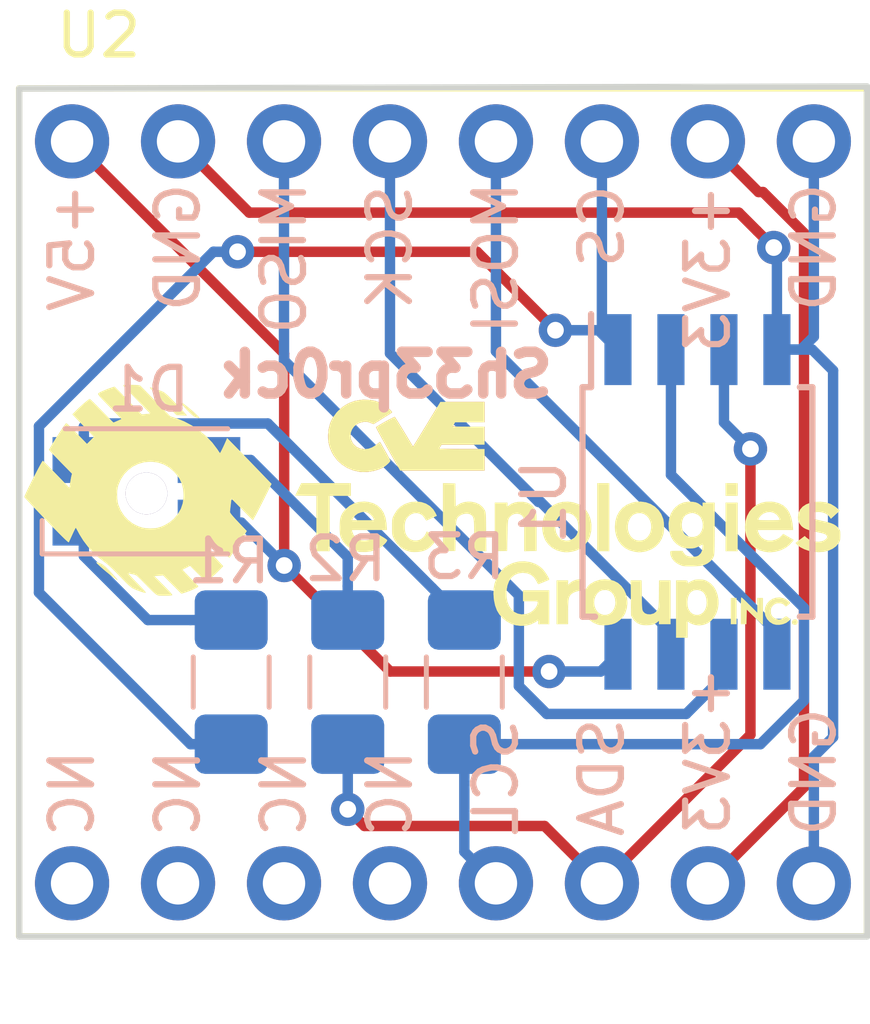
<source format=kicad_pcb>
(kicad_pcb (version 20171130) (host pcbnew "(5.0.0-3-g5ebb6b6)")

  (general
    (thickness 1.6)
    (drawings 6)
    (tracks 91)
    (zones 0)
    (modules 12)
    (nets 17)
  )

  (page A4)
  (layers
    (0 F.Cu signal)
    (31 B.Cu signal)
    (32 B.Adhes user)
    (33 F.Adhes user)
    (34 B.Paste user)
    (35 F.Paste user)
    (36 B.SilkS user)
    (37 F.SilkS user)
    (38 B.Mask user)
    (39 F.Mask user)
    (40 Dwgs.User user)
    (41 Cmts.User user)
    (42 Eco1.User user)
    (43 Eco2.User user)
    (44 Edge.Cuts user)
    (45 Margin user)
    (46 B.CrtYd user)
    (47 F.CrtYd user)
    (48 B.Fab user hide)
    (49 F.Fab user)
  )

  (setup
    (last_trace_width 0.25)
    (trace_clearance 0.2)
    (zone_clearance 0.508)
    (zone_45_only no)
    (trace_min 0.2)
    (segment_width 0.2)
    (edge_width 0.15)
    (via_size 0.8)
    (via_drill 0.4)
    (via_min_size 0.4)
    (via_min_drill 0.3)
    (uvia_size 0.3)
    (uvia_drill 0.1)
    (uvias_allowed no)
    (uvia_min_size 0.2)
    (uvia_min_drill 0.1)
    (pcb_text_width 0.3)
    (pcb_text_size 1.5 1.5)
    (mod_edge_width 0.15)
    (mod_text_size 1 1)
    (mod_text_width 0.15)
    (pad_size 1 1)
    (pad_drill 1)
    (pad_to_mask_clearance 0.2)
    (aux_axis_origin 0 0)
    (visible_elements FFFFFF7F)
    (pcbplotparams
      (layerselection 0x010fc_ffffffff)
      (usegerberextensions false)
      (usegerberattributes false)
      (usegerberadvancedattributes false)
      (creategerberjobfile false)
      (excludeedgelayer true)
      (linewidth 0.100000)
      (plotframeref false)
      (viasonmask false)
      (mode 1)
      (useauxorigin false)
      (hpglpennumber 1)
      (hpglpenspeed 20)
      (hpglpendiameter 15.000000)
      (psnegative false)
      (psa4output false)
      (plotreference true)
      (plotvalue true)
      (plotinvisibletext false)
      (padsonsilk false)
      (subtractmaskfromsilk false)
      (outputformat 1)
      (mirror false)
      (drillshape 1)
      (scaleselection 1)
      (outputdirectory ""))
  )

  (net 0 "")
  (net 1 +5V)
  (net 2 GND)
  (net 3 /PB1)
  (net 4 /PB2)
  (net 5 /PB0)
  (net 6 /PB5)
  (net 7 +3V3)
  (net 8 "Net-(U2-Pad9)")
  (net 9 "Net-(U2-Pad10)")
  (net 10 "Net-(U2-Pad11)")
  (net 11 "Net-(U2-Pad12)")
  (net 12 /PB3)
  (net 13 /PB4)
  (net 14 "Net-(D1-Pad1)")
  (net 15 "Net-(D1-Pad3)")
  (net 16 "Net-(D1-Pad4)")

  (net_class Default "This is the default net class."
    (clearance 0.2)
    (trace_width 0.25)
    (via_dia 0.8)
    (via_drill 0.4)
    (uvia_dia 0.3)
    (uvia_drill 0.1)
    (add_net +3V3)
    (add_net +5V)
    (add_net /PB0)
    (add_net /PB1)
    (add_net /PB2)
    (add_net /PB3)
    (add_net /PB4)
    (add_net /PB5)
    (add_net GND)
    (add_net "Net-(D1-Pad1)")
    (add_net "Net-(D1-Pad3)")
    (add_net "Net-(D1-Pad4)")
    (add_net "Net-(U2-Pad10)")
    (add_net "Net-(U2-Pad11)")
    (add_net "Net-(U2-Pad12)")
    (add_net "Net-(U2-Pad9)")
  )

  (module LED_SMD:LED_Avago_PLCC4_3.2x2.8mm_CW (layer B.Cu) (tedit 5A643BA3) (tstamp 5B9CCF77)
    (at 121.412 111.506)
    (descr https://docs.broadcom.com/docs/AV02-4186EN)
    (tags "LED Avago PLCC-4 ASMB-MTB0-0A3A2")
    (path /5B90A359)
    (attr smd)
    (fp_text reference D1 (at 0.0508 -2.4384) (layer B.SilkS)
      (effects (font (size 1 1) (thickness 0.15)) (justify mirror))
    )
    (fp_text value LED_RAGB (at 0 -2.65) (layer B.Fab)
      (effects (font (size 1 1) (thickness 0.15)) (justify mirror))
    )
    (fp_text user %R (at 0 0) (layer B.Fab)
      (effects (font (size 0.5 0.5) (thickness 0.075)) (justify mirror))
    )
    (fp_line (start -0.6 1.4) (end -1.6 0.4) (layer B.Fab) (width 0.1))
    (fp_line (start -1.6 1.4) (end -1.6 -1.4) (layer B.Fab) (width 0.1))
    (fp_line (start -1.6 -1.4) (end 1.6 -1.4) (layer B.Fab) (width 0.1))
    (fp_line (start 1.6 -1.4) (end 1.6 1.4) (layer B.Fab) (width 0.1))
    (fp_line (start 1.6 1.4) (end -1.6 1.4) (layer B.Fab) (width 0.1))
    (fp_line (start -2.5 0.7) (end -2.5 1.5) (layer B.SilkS) (width 0.12))
    (fp_line (start -2.500044 1.5) (end 1.95 1.5) (layer B.SilkS) (width 0.12))
    (fp_line (start -1.95 -1.5) (end 1.95 -1.5) (layer B.SilkS) (width 0.12))
    (fp_line (start -2.5 1.65) (end 2.5 1.65) (layer B.CrtYd) (width 0.05))
    (fp_line (start -2.5 1.65) (end -2.5 -1.65) (layer B.CrtYd) (width 0.05))
    (fp_line (start 2.5 -1.65) (end 2.5 1.65) (layer B.CrtYd) (width 0.05))
    (fp_line (start 2.5 -1.65) (end -2.5 -1.65) (layer B.CrtYd) (width 0.05))
    (fp_circle (center 0 0) (end 1.12 0) (layer B.Fab) (width 0.1))
    (pad 1 smd rect (at -1.5 0.75) (size 1.5 1.1) (layers B.Cu B.Paste B.Mask)
      (net 14 "Net-(D1-Pad1)"))
    (pad 2 smd rect (at 1.5 0.75) (size 1.5 1.1) (layers B.Cu B.Paste B.Mask)
      (net 1 +5V))
    (pad 3 smd rect (at 1.5 -0.75) (size 1.5 1.1) (layers B.Cu B.Paste B.Mask)
      (net 15 "Net-(D1-Pad3)"))
    (pad 4 smd rect (at -1.5 -0.75) (size 1.5 1.1) (layers B.Cu B.Paste B.Mask)
      (net 16 "Net-(D1-Pad4)"))
    (model ${KISYS3DMOD}/LED_SMD.3dshapes/LED_Avago_PLCC4_3.2x2.8mm_CW.wrl
      (at (xyz 0 0 0))
      (scale (xyz 1 1 1))
      (rotate (xyz 0 0 0))
    )
  )

  (module Package_SO:SOIJ-8_5.3x5.3mm_P1.27mm (layer B.Cu) (tedit 5A02F2D3) (tstamp 5B9CCF61)
    (at 134.62 111.76 270)
    (descr "8-Lead Plastic Small Outline (SM) - Medium, 5.28 mm Body [SOIC] (see Microchip Packaging Specification 00000049BS.pdf)")
    (tags "SOIC 1.27")
    (path /5B9098F0)
    (attr smd)
    (fp_text reference U1 (at 0 3.68 270) (layer B.SilkS)
      (effects (font (size 1 1) (thickness 0.15)) (justify mirror))
    )
    (fp_text value ATtiny85-20SU (at 0 -3.68 270) (layer B.Fab)
      (effects (font (size 1 1) (thickness 0.15)) (justify mirror))
    )
    (fp_text user %R (at 0 0 270) (layer B.Fab)
      (effects (font (size 1 1) (thickness 0.15)) (justify mirror))
    )
    (fp_line (start -1.65 2.65) (end 2.65 2.65) (layer B.Fab) (width 0.15))
    (fp_line (start 2.65 2.65) (end 2.65 -2.65) (layer B.Fab) (width 0.15))
    (fp_line (start 2.65 -2.65) (end -2.65 -2.65) (layer B.Fab) (width 0.15))
    (fp_line (start -2.65 -2.65) (end -2.65 1.65) (layer B.Fab) (width 0.15))
    (fp_line (start -2.65 1.65) (end -1.65 2.65) (layer B.Fab) (width 0.15))
    (fp_line (start -4.75 2.95) (end -4.75 -2.95) (layer B.CrtYd) (width 0.05))
    (fp_line (start 4.75 2.95) (end 4.75 -2.95) (layer B.CrtYd) (width 0.05))
    (fp_line (start -4.75 2.95) (end 4.75 2.95) (layer B.CrtYd) (width 0.05))
    (fp_line (start -4.75 -2.95) (end 4.75 -2.95) (layer B.CrtYd) (width 0.05))
    (fp_line (start -2.75 2.755) (end -2.75 2.55) (layer B.SilkS) (width 0.15))
    (fp_line (start 2.75 2.755) (end 2.75 2.455) (layer B.SilkS) (width 0.15))
    (fp_line (start 2.75 -2.755) (end 2.75 -2.455) (layer B.SilkS) (width 0.15))
    (fp_line (start -2.75 -2.755) (end -2.75 -2.455) (layer B.SilkS) (width 0.15))
    (fp_line (start -2.75 2.755) (end 2.75 2.755) (layer B.SilkS) (width 0.15))
    (fp_line (start -2.75 -2.755) (end 2.75 -2.755) (layer B.SilkS) (width 0.15))
    (fp_line (start -2.75 2.55) (end -4.5 2.55) (layer B.SilkS) (width 0.15))
    (pad 1 smd rect (at -3.65 1.905 270) (size 1.7 0.65) (layers B.Cu B.Paste B.Mask)
      (net 6 /PB5))
    (pad 2 smd rect (at -3.65 0.635 270) (size 1.7 0.65) (layers B.Cu B.Paste B.Mask)
      (net 12 /PB3))
    (pad 3 smd rect (at -3.65 -0.635 270) (size 1.7 0.65) (layers B.Cu B.Paste B.Mask)
      (net 13 /PB4))
    (pad 4 smd rect (at -3.65 -1.905 270) (size 1.7 0.65) (layers B.Cu B.Paste B.Mask)
      (net 2 GND))
    (pad 5 smd rect (at 3.65 -1.905 270) (size 1.7 0.65) (layers B.Cu B.Paste B.Mask)
      (net 5 /PB0))
    (pad 6 smd rect (at 3.65 -0.635 270) (size 1.7 0.65) (layers B.Cu B.Paste B.Mask)
      (net 3 /PB1))
    (pad 7 smd rect (at 3.65 0.635 270) (size 1.7 0.65) (layers B.Cu B.Paste B.Mask)
      (net 4 /PB2))
    (pad 8 smd rect (at 3.65 1.905 270) (size 1.7 0.65) (layers B.Cu B.Paste B.Mask)
      (net 1 +5V))
    (model ${KISYS3DMOD}/Package_SO.3dshapes/SOIJ-8_5.3x5.3mm_P1.27mm.wrl
      (at (xyz 0 0 0))
      (scale (xyz 1 1 1))
      (rotate (xyz 0 0 0))
    )
  )

  (module Resistor_SMD:R_1206_3216Metric_Pad1.42x1.75mm_HandSolder (layer B.Cu) (tedit 5B301BBD) (tstamp 5B9CCF44)
    (at 129.032 116.078 270)
    (descr "Resistor SMD 1206 (3216 Metric), square (rectangular) end terminal, IPC_7351 nominal with elongated pad for handsoldering. (Body size source: http://www.tortai-tech.com/upload/download/2011102023233369053.pdf), generated with kicad-footprint-generator")
    (tags "resistor handsolder")
    (path /5B90A3D8)
    (attr smd)
    (fp_text reference R3 (at -2.9972 0) (layer B.SilkS)
      (effects (font (size 1 1) (thickness 0.15)) (justify mirror))
    )
    (fp_text value R_US (at 0 -1.82 270) (layer B.Fab)
      (effects (font (size 1 1) (thickness 0.15)) (justify mirror))
    )
    (fp_line (start -1.6 -0.8) (end -1.6 0.8) (layer B.Fab) (width 0.1))
    (fp_line (start -1.6 0.8) (end 1.6 0.8) (layer B.Fab) (width 0.1))
    (fp_line (start 1.6 0.8) (end 1.6 -0.8) (layer B.Fab) (width 0.1))
    (fp_line (start 1.6 -0.8) (end -1.6 -0.8) (layer B.Fab) (width 0.1))
    (fp_line (start -0.602064 0.91) (end 0.602064 0.91) (layer B.SilkS) (width 0.12))
    (fp_line (start -0.602064 -0.91) (end 0.602064 -0.91) (layer B.SilkS) (width 0.12))
    (fp_line (start -2.45 -1.12) (end -2.45 1.12) (layer B.CrtYd) (width 0.05))
    (fp_line (start -2.45 1.12) (end 2.45 1.12) (layer B.CrtYd) (width 0.05))
    (fp_line (start 2.45 1.12) (end 2.45 -1.12) (layer B.CrtYd) (width 0.05))
    (fp_line (start 2.45 -1.12) (end -2.45 -1.12) (layer B.CrtYd) (width 0.05))
    (fp_text user %R (at 0 0 270) (layer B.Fab)
      (effects (font (size 0.8 0.8) (thickness 0.12)) (justify mirror))
    )
    (pad 1 smd roundrect (at -1.4875 0 270) (size 1.425 1.75) (layers B.Cu B.Paste B.Mask) (roundrect_rratio 0.175439)
      (net 16 "Net-(D1-Pad4)"))
    (pad 2 smd roundrect (at 1.4875 0 270) (size 1.425 1.75) (layers B.Cu B.Paste B.Mask) (roundrect_rratio 0.175439)
      (net 12 /PB3))
    (model ${KISYS3DMOD}/Resistor_SMD.3dshapes/R_1206_3216Metric.wrl
      (at (xyz 0 0 0))
      (scale (xyz 1 1 1))
      (rotate (xyz 0 0 0))
    )
  )

  (module Resistor_SMD:R_1206_3216Metric_Pad1.42x1.75mm_HandSolder (layer B.Cu) (tedit 5B301BBD) (tstamp 5B9CCF33)
    (at 126.238 116.078 270)
    (descr "Resistor SMD 1206 (3216 Metric), square (rectangular) end terminal, IPC_7351 nominal with elongated pad for handsoldering. (Body size source: http://www.tortai-tech.com/upload/download/2011102023233369053.pdf), generated with kicad-footprint-generator")
    (tags "resistor handsolder")
    (path /5B90C4E5)
    (attr smd)
    (fp_text reference R2 (at -2.9464 0.0508) (layer B.SilkS)
      (effects (font (size 1 1) (thickness 0.15)) (justify mirror))
    )
    (fp_text value R_US (at 0 -1.82 270) (layer B.Fab)
      (effects (font (size 1 1) (thickness 0.15)) (justify mirror))
    )
    (fp_text user %R (at 0 0 270) (layer B.Fab)
      (effects (font (size 0.8 0.8) (thickness 0.12)) (justify mirror))
    )
    (fp_line (start 2.45 -1.12) (end -2.45 -1.12) (layer B.CrtYd) (width 0.05))
    (fp_line (start 2.45 1.12) (end 2.45 -1.12) (layer B.CrtYd) (width 0.05))
    (fp_line (start -2.45 1.12) (end 2.45 1.12) (layer B.CrtYd) (width 0.05))
    (fp_line (start -2.45 -1.12) (end -2.45 1.12) (layer B.CrtYd) (width 0.05))
    (fp_line (start -0.602064 -0.91) (end 0.602064 -0.91) (layer B.SilkS) (width 0.12))
    (fp_line (start -0.602064 0.91) (end 0.602064 0.91) (layer B.SilkS) (width 0.12))
    (fp_line (start 1.6 -0.8) (end -1.6 -0.8) (layer B.Fab) (width 0.1))
    (fp_line (start 1.6 0.8) (end 1.6 -0.8) (layer B.Fab) (width 0.1))
    (fp_line (start -1.6 0.8) (end 1.6 0.8) (layer B.Fab) (width 0.1))
    (fp_line (start -1.6 -0.8) (end -1.6 0.8) (layer B.Fab) (width 0.1))
    (pad 2 smd roundrect (at 1.4875 0 270) (size 1.425 1.75) (layers B.Cu B.Paste B.Mask) (roundrect_rratio 0.175439)
      (net 13 /PB4))
    (pad 1 smd roundrect (at -1.4875 0 270) (size 1.425 1.75) (layers B.Cu B.Paste B.Mask) (roundrect_rratio 0.175439)
      (net 15 "Net-(D1-Pad3)"))
    (model ${KISYS3DMOD}/Resistor_SMD.3dshapes/R_1206_3216Metric.wrl
      (at (xyz 0 0 0))
      (scale (xyz 1 1 1))
      (rotate (xyz 0 0 0))
    )
  )

  (module Resistor_SMD:R_1206_3216Metric_Pad1.42x1.75mm_HandSolder (layer B.Cu) (tedit 5B301BBD) (tstamp 5B9CCF22)
    (at 123.444 116.078 270)
    (descr "Resistor SMD 1206 (3216 Metric), square (rectangular) end terminal, IPC_7351 nominal with elongated pad for handsoldering. (Body size source: http://www.tortai-tech.com/upload/download/2011102023233369053.pdf), generated with kicad-footprint-generator")
    (tags "resistor handsolder")
    (path /5B90C4C0)
    (attr smd)
    (fp_text reference R1 (at -2.8956 0.0508) (layer B.SilkS)
      (effects (font (size 1 1) (thickness 0.15)) (justify mirror))
    )
    (fp_text value R_US (at 0 -1.82 270) (layer B.Fab)
      (effects (font (size 1 1) (thickness 0.15)) (justify mirror))
    )
    (fp_line (start -1.6 -0.8) (end -1.6 0.8) (layer B.Fab) (width 0.1))
    (fp_line (start -1.6 0.8) (end 1.6 0.8) (layer B.Fab) (width 0.1))
    (fp_line (start 1.6 0.8) (end 1.6 -0.8) (layer B.Fab) (width 0.1))
    (fp_line (start 1.6 -0.8) (end -1.6 -0.8) (layer B.Fab) (width 0.1))
    (fp_line (start -0.602064 0.91) (end 0.602064 0.91) (layer B.SilkS) (width 0.12))
    (fp_line (start -0.602064 -0.91) (end 0.602064 -0.91) (layer B.SilkS) (width 0.12))
    (fp_line (start -2.45 -1.12) (end -2.45 1.12) (layer B.CrtYd) (width 0.05))
    (fp_line (start -2.45 1.12) (end 2.45 1.12) (layer B.CrtYd) (width 0.05))
    (fp_line (start 2.45 1.12) (end 2.45 -1.12) (layer B.CrtYd) (width 0.05))
    (fp_line (start 2.45 -1.12) (end -2.45 -1.12) (layer B.CrtYd) (width 0.05))
    (fp_text user %R (at 0 0 270) (layer B.Fab)
      (effects (font (size 0.8 0.8) (thickness 0.12)) (justify mirror))
    )
    (pad 1 smd roundrect (at -1.4875 0 270) (size 1.425 1.75) (layers B.Cu B.Paste B.Mask) (roundrect_rratio 0.175439)
      (net 14 "Net-(D1-Pad1)"))
    (pad 2 smd roundrect (at 1.4875 0 270) (size 1.425 1.75) (layers B.Cu B.Paste B.Mask) (roundrect_rratio 0.175439)
      (net 6 /PB5))
    (model ${KISYS3DMOD}/Resistor_SMD.3dshapes/R_1206_3216Metric.wrl
      (at (xyz 0 0 0))
      (scale (xyz 1 1 1))
      (rotate (xyz 0 0 0))
    )
  )

  (module minibadge_kicad:SAINTCON-Minibadge (layer F.Cu) (tedit 59B624E3) (tstamp 5B9CCF11)
    (at 118.36 101.85)
    (descr "SAINTCON Minibadge https://github.com/lukejenkins/minibadge")
    (tags "SAINTCON Minibadge")
    (path /5B909526)
    (fp_text reference U2 (at 1.905 -1.27) (layer F.SilkS)
      (effects (font (size 1 1) (thickness 0.15)))
    )
    (fp_text value SAINTCON-Minibadge (at 7.62 21.59) (layer F.Fab)
      (effects (font (size 1 1) (thickness 0.15)))
    )
    (fp_text user NC (at 1.27 16.891 -90) (layer B.SilkS)
      (effects (font (size 1 1) (thickness 0.15)) (justify mirror))
    )
    (fp_text user NC (at 3.81 16.891 -90) (layer B.SilkS)
      (effects (font (size 1 1) (thickness 0.15)) (justify mirror))
    )
    (fp_text user NC (at 6.35 16.891 -90) (layer B.SilkS)
      (effects (font (size 1 1) (thickness 0.15)) (justify mirror))
    )
    (fp_text user NC (at 8.89 16.891 -90) (layer B.SilkS)
      (effects (font (size 1 1) (thickness 0.15)) (justify mirror))
    )
    (fp_text user SCL (at 11.43 16.51 -90) (layer B.SilkS)
      (effects (font (size 1 1) (thickness 0.15)) (justify mirror))
    )
    (fp_text user SDA (at 13.97 16.51 -90) (layer B.SilkS)
      (effects (font (size 1 1) (thickness 0.15)) (justify mirror))
    )
    (fp_text user +3V3 (at 16.51 15.875 -90) (layer B.SilkS)
      (effects (font (size 1 1) (thickness 0.15)) (justify mirror))
    )
    (fp_text user GND (at 19.05 16.383 -90) (layer B.SilkS)
      (effects (font (size 1 1) (thickness 0.15)) (justify mirror))
    )
    (fp_text user GND (at 19.05 3.81 -90) (layer B.SilkS)
      (effects (font (size 1 1) (thickness 0.15)) (justify mirror))
    )
    (fp_text user +3V3 (at 16.51 4.318 -90) (layer B.SilkS)
      (effects (font (size 1 1) (thickness 0.15)) (justify mirror))
    )
    (fp_text user CS (at 13.97 3.302 -90) (layer B.SilkS)
      (effects (font (size 1 1) (thickness 0.15)) (justify mirror))
    )
    (fp_text user MOSI (at 11.43 4.064 -90) (layer B.SilkS)
      (effects (font (size 1 1) (thickness 0.15)) (justify mirror))
    )
    (fp_text user SCK (at 8.89 3.81 -90) (layer B.SilkS)
      (effects (font (size 1 1) (thickness 0.15)) (justify mirror))
    )
    (fp_text user MISO (at 6.35 4.064 -90) (layer B.SilkS)
      (effects (font (size 1 1) (thickness 0.15)) (justify mirror))
    )
    (fp_text user GND (at 3.81 3.81 -90) (layer B.SilkS)
      (effects (font (size 1 1) (thickness 0.15)) (justify mirror))
    )
    (fp_text user +5V (at 1.27 3.81 -90) (layer B.SilkS)
      (effects (font (size 1 1) (thickness 0.15)) (justify mirror))
    )
    (fp_line (start 0 0) (end 0 20.32) (layer F.SilkS) (width 0.15))
    (fp_line (start 0 20.32) (end 20.32 20.32) (layer F.SilkS) (width 0.15))
    (fp_line (start 20.32 20.32) (end 20.32 0) (layer F.SilkS) (width 0.15))
    (fp_line (start 20.32 0) (end 0 0) (layer F.SilkS) (width 0.15))
    (pad 1 thru_hole circle (at 1.27 1.27 90) (size 1.778 1.778) (drill 1.016) (layers *.Cu *.Mask)
      (net 1 +5V))
    (pad 2 thru_hole circle (at 3.81 1.27 90) (size 1.778 1.778) (drill 1.016) (layers *.Cu *.Mask)
      (net 2 GND))
    (pad 3 thru_hole circle (at 6.35 1.27 90) (size 1.778 1.778) (drill 1.016) (layers *.Cu *.Mask)
      (net 3 /PB1))
    (pad 4 thru_hole circle (at 8.89 1.27 90) (size 1.778 1.778) (drill 1.016) (layers *.Cu *.Mask)
      (net 4 /PB2))
    (pad 5 thru_hole circle (at 11.43 1.27 90) (size 1.778 1.778) (drill 1.016) (layers *.Cu *.Mask)
      (net 5 /PB0))
    (pad 6 thru_hole circle (at 13.97 1.27 90) (size 1.778 1.778) (drill 1.016) (layers *.Cu *.Mask)
      (net 6 /PB5))
    (pad 7 thru_hole circle (at 16.51 1.27 90) (size 1.778 1.778) (drill 1.016) (layers *.Cu *.Mask)
      (net 7 +3V3))
    (pad 8 thru_hole circle (at 19.05 1.27 90) (size 1.778 1.778) (drill 1.016) (layers *.Cu *.Mask)
      (net 2 GND))
    (pad 9 thru_hole circle (at 1.27 19.05 90) (size 1.778 1.778) (drill 1.016) (layers *.Cu *.Mask)
      (net 8 "Net-(U2-Pad9)"))
    (pad 10 thru_hole circle (at 3.81 19.05 90) (size 1.778 1.778) (drill 1.016) (layers *.Cu *.Mask)
      (net 9 "Net-(U2-Pad10)"))
    (pad 11 thru_hole circle (at 6.35 19.05 90) (size 1.778 1.778) (drill 1.016) (layers *.Cu *.Mask)
      (net 10 "Net-(U2-Pad11)"))
    (pad 12 thru_hole circle (at 8.89 19.05 90) (size 1.778 1.778) (drill 1.016) (layers *.Cu *.Mask)
      (net 11 "Net-(U2-Pad12)"))
    (pad 13 thru_hole circle (at 11.43 19.05 90) (size 1.778 1.778) (drill 1.016) (layers *.Cu *.Mask)
      (net 12 /PB3))
    (pad 14 thru_hole circle (at 13.97 19.05 90) (size 1.778 1.778) (drill 1.016) (layers *.Cu *.Mask)
      (net 13 /PB4))
    (pad 15 thru_hole circle (at 16.51 19.05 90) (size 1.778 1.778) (drill 1.016) (layers *.Cu *.Mask)
      (net 7 +3V3))
    (pad 16 thru_hole circle (at 19.05 19.05 90) (size 1.778 1.778) (drill 1.016) (layers *.Cu *.Mask)
      (net 2 GND))
  )

  (module graphics:cvelogoFront (layer F.Cu) (tedit 0) (tstamp 5B9CDBFE)
    (at 128.27 111.9775)
    (fp_text reference G*** (at 0 0) (layer F.SilkS) hide
      (effects (font (size 1.524 1.524) (thickness 0.3)))
    )
    (fp_text value LOGO (at 0.75 0) (layer F.SilkS) hide
      (effects (font (size 1.524 1.524) (thickness 0.3)))
    )
    (fp_poly (pts (xy -6.75473 -2.955681) (xy -6.719301 -2.946041) (xy -6.66981 -2.930464) (xy -6.612406 -2.911018)
      (xy -6.553238 -2.889773) (xy -6.498456 -2.868797) (xy -6.46284 -2.854002) (xy -6.43503 -2.838212)
      (xy -6.399158 -2.810935) (xy -6.35301 -2.770137) (xy -6.294376 -2.713787) (xy -6.221042 -2.639853)
      (xy -6.152396 -2.56886) (xy -6.06408 -2.476402) (xy -5.995004 -2.403159) (xy -5.944481 -2.348366)
      (xy -5.91182 -2.311256) (xy -5.896333 -2.291062) (xy -5.897331 -2.287017) (xy -5.900797 -2.288872)
      (xy -5.916086 -2.29074) (xy -5.952602 -2.293177) (xy -6.003367 -2.295741) (xy -6.020484 -2.296475)
      (xy -6.135467 -2.301206) (xy -6.455641 -2.626325) (xy -6.532835 -2.705064) (xy -6.602978 -2.777286)
      (xy -6.66378 -2.840584) (xy -6.712952 -2.892546) (xy -6.748207 -2.930762) (xy -6.767257 -2.952824)
      (xy -6.769945 -2.957314) (xy -6.75473 -2.955681)) (layer F.SilkS) (width 0.01))
    (fp_poly (pts (xy -6.060251 -2.63078) (xy -6.028212 -2.608994) (xy -5.983161 -2.576731) (xy -5.929819 -2.537301)
      (xy -5.928877 -2.536596) (xy -5.875797 -2.495275) (xy -5.818835 -2.448397) (xy -5.761522 -2.399196)
      (xy -5.707389 -2.350904) (xy -5.659969 -2.306756) (xy -5.622792 -2.269984) (xy -5.59939 -2.243821)
      (xy -5.593296 -2.231501) (xy -5.595056 -2.230967) (xy -5.6161 -2.235246) (xy -5.653087 -2.245434)
      (xy -5.672667 -2.251382) (xy -5.699577 -2.262133) (xy -5.727956 -2.279321) (xy -5.761412 -2.306041)
      (xy -5.803554 -2.345388) (xy -5.857987 -2.400455) (xy -5.910069 -2.455011) (xy -5.965081 -2.513666)
      (xy -6.011887 -2.56458) (xy -6.047611 -2.604537) (xy -6.069376 -2.630326) (xy -6.074557 -2.638777)
      (xy -6.060251 -2.63078)) (layer F.SilkS) (width 0.01))
    (fp_poly (pts (xy 1.241777 -2.130777) (xy 0.539009 -2.130777) (xy 0.509393 -2.080582) (xy 0.490923 -2.047903)
      (xy 0.480578 -2.026936) (xy 0.479777 -2.024138) (xy 0.493282 -2.022491) (xy 0.531374 -2.021007)
      (xy 0.590416 -2.019745) (xy 0.666772 -2.018765) (xy 0.756808 -2.018127) (xy 0.856887 -2.017889)
      (xy 1.241777 -2.017889) (xy 1.241777 -1.594555) (xy 0.213968 -1.594555) (xy 0.184595 -1.547029)
      (xy 0.165881 -1.514691) (xy 0.15579 -1.493249) (xy 0.155222 -1.490584) (xy 0.168825 -1.488603)
      (xy 0.207606 -1.486775) (xy 0.26852 -1.485149) (xy 0.348521 -1.483777) (xy 0.444566 -1.482707)
      (xy 0.553609 -1.48199) (xy 0.672606 -1.481676) (xy 0.6985 -1.481666) (xy 1.241777 -1.481666)
      (xy 1.241777 -0.973666) (xy -0.773777 -0.973666) (xy -0.963507 -1.308805) (xy -1.047743 -1.457674)
      (xy -1.119035 -1.583871) (xy -1.178401 -1.689251) (xy -1.226859 -1.775668) (xy -1.265426 -1.844979)
      (xy -1.295119 -1.899038) (xy -1.316955 -1.9397) (xy -1.331952 -1.96882) (xy -1.341128 -1.988255)
      (xy -1.345499 -1.999858) (xy -1.346084 -2.005484) (xy -1.345859 -2.006016) (xy -1.330573 -2.018785)
      (xy -1.296112 -2.041154) (xy -1.247271 -2.070483) (xy -1.188843 -2.10413) (xy -1.125625 -2.139457)
      (xy -1.062409 -2.173822) (xy -1.003992 -2.204585) (xy -0.955167 -2.229106) (xy -0.920729 -2.244744)
      (xy -0.905473 -2.24886) (xy -0.905251 -2.248653) (xy -0.887244 -2.221104) (xy -0.857536 -2.174098)
      (xy -0.819019 -2.112335) (xy -0.774586 -2.040515) (xy -0.727127 -1.963337) (xy -0.679535 -1.885502)
      (xy -0.634701 -1.811709) (xy -0.595517 -1.746659) (xy -0.57031 -1.704289) (xy -0.534212 -1.643907)
      (xy -0.503082 -1.593358) (xy -0.479727 -1.557091) (xy -0.466956 -1.539552) (xy -0.465667 -1.538602)
      (xy -0.45713 -1.55023) (xy -0.435529 -1.583601) (xy -0.402368 -1.636288) (xy -0.359151 -1.705862)
      (xy -0.307381 -1.789894) (xy -0.24856 -1.885957) (xy -0.184194 -1.991621) (xy -0.134056 -2.074268)
      (xy 0.1905 -2.610187) (xy 0.716138 -2.610371) (xy 1.241777 -2.610555) (xy 1.241777 -2.130777)) (layer F.SilkS) (width 0.01))
    (fp_poly (pts (xy -1.506379 -2.658988) (xy -1.360267 -2.630378) (xy -1.226272 -2.576441) (xy -1.103891 -2.497004)
      (xy -1.05442 -2.454695) (xy -1.015492 -2.417166) (xy -0.987291 -2.386877) (xy -0.974178 -2.368647)
      (xy -0.974067 -2.365876) (xy -0.987883 -2.35623) (xy -1.021707 -2.33418) (xy -1.071593 -2.302253)
      (xy -1.133599 -2.262974) (xy -1.198212 -2.222354) (xy -1.414903 -2.0866) (xy -1.486579 -2.117434)
      (xy -1.538589 -2.136003) (xy -1.588204 -2.143069) (xy -1.647716 -2.141087) (xy -1.741201 -2.121474)
      (xy -1.821212 -2.081278) (xy -1.886003 -2.024472) (xy -1.933832 -1.955026) (xy -1.962955 -1.876912)
      (xy -1.971628 -1.794101) (xy -1.958106 -1.710566) (xy -1.920647 -1.630278) (xy -1.88984 -1.589657)
      (xy -1.820482 -1.528511) (xy -1.740166 -1.491884) (xy -1.645351 -1.478257) (xy -1.629834 -1.478101)
      (xy -1.537927 -1.48785) (xy -1.451393 -1.517881) (xy -1.363277 -1.57084) (xy -1.339278 -1.588671)
      (xy -1.260389 -1.649337) (xy -1.138195 -1.432673) (xy -1.098582 -1.36172) (xy -1.064326 -1.298998)
      (xy -1.037673 -1.24873) (xy -1.020867 -1.215138) (xy -1.016 -1.202836) (xy -1.026472 -1.18211)
      (xy -1.053752 -1.150903) (xy -1.091638 -1.115075) (xy -1.133926 -1.080485) (xy -1.174414 -1.052991)
      (xy -1.174986 -1.052657) (xy -1.283445 -1.002259) (xy -1.408627 -0.965372) (xy -1.54165 -0.943632)
      (xy -1.673637 -0.938673) (xy -1.756834 -0.94552) (xy -1.903578 -0.979281) (xy -2.041241 -1.037222)
      (xy -2.166344 -1.116853) (xy -2.275412 -1.215682) (xy -2.364965 -1.331216) (xy -2.411161 -1.414298)
      (xy -2.452585 -1.510486) (xy -2.479056 -1.598346) (xy -2.493153 -1.689508) (xy -2.497457 -1.795603)
      (xy -2.497459 -1.803389) (xy -2.485052 -1.960751) (xy -2.448129 -2.104438) (xy -2.3863 -2.235424)
      (xy -2.299171 -2.35468) (xy -2.257577 -2.398889) (xy -2.136399 -2.502467) (xy -2.006815 -2.57958)
      (xy -1.86633 -2.631337) (xy -1.712449 -2.658849) (xy -1.665112 -2.662442) (xy -1.506379 -2.658988)) (layer F.SilkS) (width 0.01))
    (fp_poly (pts (xy 7.309555 -0.366889) (xy 7.027333 -0.366889) (xy 7.027333 -0.663222) (xy 7.309555 -0.663222)
      (xy 7.309555 -0.366889)) (layer F.SilkS) (width 0.01))
    (fp_poly (pts (xy 7.309555 0.959556) (xy 7.027333 0.959556) (xy 7.027333 -0.197555) (xy 7.309555 -0.197555)
      (xy 7.309555 0.959556)) (layer F.SilkS) (width 0.01))
    (fp_poly (pts (xy 4.233333 0.959556) (xy 3.951111 0.959556) (xy 3.951111 -0.663222) (xy 4.233333 -0.663222)
      (xy 4.233333 0.959556)) (layer F.SilkS) (width 0.01))
    (fp_poly (pts (xy 2.168281 -0.216219) (xy 2.260238 -0.197735) (xy 2.295194 -0.184656) (xy 2.356993 -0.152587)
      (xy 2.401648 -0.114595) (xy 2.437577 -0.062229) (xy 2.458171 -0.020991) (xy 2.467142 -0.000709)
      (xy 2.474286 0.019177) (xy 2.47981 0.042011) (xy 2.483923 0.07114) (xy 2.486833 0.109908)
      (xy 2.488748 0.161659) (xy 2.489875 0.229741) (xy 2.490422 0.317497) (xy 2.490597 0.428272)
      (xy 2.490611 0.500945) (xy 2.490611 0.9525) (xy 2.345972 0.956522) (xy 2.201333 0.960543)
      (xy 2.201333 0.577654) (xy 2.201094 0.459288) (xy 2.200261 0.365759) (xy 2.198658 0.293684)
      (xy 2.196111 0.239682) (xy 2.192444 0.200369) (xy 2.187482 0.172364) (xy 2.18105 0.152284)
      (xy 2.179076 0.147862) (xy 2.14241 0.09987) (xy 2.090898 0.070635) (xy 2.030391 0.059725)
      (xy 1.96674 0.066713) (xy 1.905795 0.091168) (xy 1.853407 0.132659) (xy 1.823648 0.173974)
      (xy 1.815957 0.191465) (xy 1.809813 0.215006) (xy 1.804947 0.248107) (xy 1.801091 0.294277)
      (xy 1.797974 0.357027) (xy 1.79533 0.439864) (xy 1.792887 0.5463) (xy 1.792111 0.585611)
      (xy 1.785055 0.9525) (xy 1.6503 0.956505) (xy 1.59115 0.957259) (xy 1.542982 0.955995)
      (xy 1.512508 0.952985) (xy 1.505662 0.950625) (xy 1.50351 0.934807) (xy 1.501521 0.893811)
      (xy 1.499744 0.830681) (xy 1.498233 0.74846) (xy 1.497039 0.650194) (xy 1.496214 0.538925)
      (xy 1.49581 0.417698) (xy 1.495777 0.371593) (xy 1.495777 -0.197555) (xy 1.792111 -0.197555)
      (xy 1.792111 -0.093858) (xy 1.824036 -0.123851) (xy 1.891703 -0.169971) (xy 1.976585 -0.201378)
      (xy 2.071254 -0.217113) (xy 2.168281 -0.216219)) (layer F.SilkS) (width 0.01))
    (fp_poly (pts (xy 0.398638 -0.660188) (xy 0.543277 -0.656166) (xy 0.547105 -0.377048) (xy 0.550932 -0.097929)
      (xy 0.603549 -0.140129) (xy 0.671523 -0.180037) (xy 0.756331 -0.207796) (xy 0.84833 -0.221022)
      (xy 0.923475 -0.219228) (xy 1.035754 -0.195367) (xy 1.128636 -0.151065) (xy 1.2023 -0.086213)
      (xy 1.246597 -0.021166) (xy 1.254958 -0.00455) (xy 1.261675 0.013143) (xy 1.266964 0.035123)
      (xy 1.271038 0.064604) (xy 1.274115 0.104798) (xy 1.276407 0.158916) (xy 1.27813 0.230171)
      (xy 1.2795 0.321775) (xy 1.280731 0.436941) (xy 1.281298 0.497417) (xy 1.28554 0.959556)
      (xy 1.001888 0.959556) (xy 1.001888 0.585158) (xy 1.001591 0.462174) (xy 1.000388 0.364022)
      (xy 0.997809 0.287315) (xy 0.993385 0.228667) (xy 0.986649 0.184691) (xy 0.977132 0.151999)
      (xy 0.964364 0.127207) (xy 0.947877 0.106925) (xy 0.933853 0.093581) (xy 0.885777 0.067969)
      (xy 0.823393 0.058746) (xy 0.754925 0.065309) (xy 0.688598 0.087054) (xy 0.642655 0.114938)
      (xy 0.618249 0.135445) (xy 0.598962 0.156543) (xy 0.584108 0.181768) (xy 0.573006 0.214656)
      (xy 0.564971 0.258743) (xy 0.559321 0.317564) (xy 0.555372 0.394656) (xy 0.552441 0.493553)
      (xy 0.550333 0.592667) (xy 0.543277 0.9525) (xy 0.398638 0.956522) (xy 0.254 0.960543)
      (xy 0.254 -0.664209) (xy 0.398638 -0.660188)) (layer F.SilkS) (width 0.01))
    (fp_poly (pts (xy -1.961445 -0.366889) (xy -2.469445 -0.366889) (xy -2.469445 0.959556) (xy -2.779889 0.959556)
      (xy -2.779889 -0.366252) (xy -3.031618 -0.370098) (xy -3.283348 -0.373944) (xy -3.213651 -0.518583)
      (xy -3.143955 -0.663222) (xy -1.961445 -0.663222) (xy -1.961445 -0.366889)) (layer F.SilkS) (width 0.01))
    (fp_poly (pts (xy 9.428972 -0.203006) (xy 9.548225 -0.161969) (xy 9.653256 -0.097805) (xy 9.688043 -0.068343)
      (xy 9.754422 -0.007157) (xy 9.548746 0.180977) (xy 9.518688 0.13635) (xy 9.47053 0.086503)
      (xy 9.405844 0.049405) (xy 9.331383 0.026058) (xy 9.253901 0.017463) (xy 9.180152 0.024622)
      (xy 9.116888 0.048537) (xy 9.085943 0.072168) (xy 9.063137 0.104355) (xy 9.0631 0.133676)
      (xy 9.086864 0.160814) (xy 9.135462 0.186453) (xy 9.209927 0.211274) (xy 9.311289 0.235961)
      (xy 9.34385 0.242783) (xy 9.456653 0.268196) (xy 9.545647 0.294335) (xy 9.615218 0.323151)
      (xy 9.669754 0.3566) (xy 9.713641 0.396633) (xy 9.728504 0.41406) (xy 9.750159 0.443179)
      (xy 9.763106 0.469557) (xy 9.769565 0.501904) (xy 9.771755 0.548928) (xy 9.771944 0.5845)
      (xy 9.770869 0.645354) (xy 9.766119 0.687963) (xy 9.755405 0.722274) (xy 9.736436 0.758228)
      (xy 9.729199 0.770162) (xy 9.667913 0.843725) (xy 9.585404 0.903066) (xy 9.485538 0.946892)
      (xy 9.37218 0.97391) (xy 9.249196 0.982828) (xy 9.123499 0.972828) (xy 9.016876 0.949288)
      (xy 8.915567 0.913752) (xy 8.826577 0.869302) (xy 8.756912 0.819021) (xy 8.742796 0.805339)
      (xy 8.705391 0.766296) (xy 8.813153 0.685188) (xy 8.920916 0.604079) (xy 8.958374 0.63995)
      (xy 9.021524 0.686084) (xy 9.096367 0.718297) (xy 9.177119 0.73639) (xy 9.257993 0.740165)
      (xy 9.333206 0.729421) (xy 9.396973 0.70396) (xy 9.443508 0.663582) (xy 9.448258 0.65682)
      (xy 9.46254 0.62452) (xy 9.455899 0.595412) (xy 9.455123 0.593937) (xy 9.441534 0.573942)
      (xy 9.421798 0.557797) (xy 9.391306 0.543708) (xy 9.345451 0.529879) (xy 9.279626 0.514517)
      (xy 9.21834 0.501716) (xy 9.105789 0.476799) (xy 9.017131 0.452233) (xy 8.948109 0.42636)
      (xy 8.894468 0.397519) (xy 8.851949 0.364053) (xy 8.843359 0.355593) (xy 8.794071 0.289874)
      (xy 8.768382 0.215109) (xy 8.763 0.149897) (xy 8.775622 0.053388) (xy 8.812779 -0.03026)
      (xy 8.873407 -0.100063) (xy 8.956441 -0.155041) (xy 9.060816 -0.194213) (xy 9.156867 -0.213231)
      (xy 9.297765 -0.220299) (xy 9.428972 -0.203006)) (layer F.SilkS) (width 0.01))
    (fp_poly (pts (xy 8.186821 -0.213208) (xy 8.304122 -0.182204) (xy 8.403108 -0.130693) (xy 8.484144 -0.058209)
      (xy 8.547596 0.03571) (xy 8.59383 0.151529) (xy 8.623211 0.289711) (xy 8.630133 0.34925)
      (xy 8.639646 0.451556) (xy 7.788795 0.451556) (xy 7.798072 0.490361) (xy 7.83108 0.571871)
      (xy 7.885 0.637882) (xy 7.955493 0.685503) (xy 8.038222 0.711846) (xy 8.12885 0.714019)
      (xy 8.132999 0.713508) (xy 8.22773 0.690316) (xy 8.309977 0.64855) (xy 8.365779 0.599969)
      (xy 8.407243 0.552744) (xy 8.528794 0.623279) (xy 8.650346 0.693813) (xy 8.62259 0.732793)
      (xy 8.549035 0.813832) (xy 8.455026 0.882641) (xy 8.347015 0.935502) (xy 8.231457 0.968698)
      (xy 8.205611 0.973001) (xy 8.138664 0.981686) (xy 8.087228 0.985024) (xy 8.039086 0.982949)
      (xy 7.982027 0.975399) (xy 7.959268 0.971712) (xy 7.839796 0.938629) (xy 7.735094 0.882718)
      (xy 7.646906 0.806189) (xy 7.576975 0.71125) (xy 7.527045 0.600109) (xy 7.498859 0.474976)
      (xy 7.493 0.381) (xy 7.505495 0.246622) (xy 7.516416 0.209805) (xy 7.803444 0.209805)
      (xy 7.813604 0.216015) (xy 7.845258 0.220608) (xy 7.900164 0.223691) (xy 7.98008 0.225371)
      (xy 8.0645 0.225778) (xy 8.170605 0.224981) (xy 8.249395 0.2226) (xy 8.30061 0.218649)
      (xy 8.323992 0.213144) (xy 8.325555 0.210966) (xy 8.31613 0.178706) (xy 8.291889 0.13715)
      (xy 8.258884 0.096005) (xy 8.245676 0.082841) (xy 8.17843 0.038669) (xy 8.10152 0.019323)
      (xy 8.019144 0.025046) (xy 7.935499 0.05608) (xy 7.921089 0.064104) (xy 7.879445 0.09546)
      (xy 7.841565 0.135649) (xy 7.814035 0.176512) (xy 7.803444 0.209805) (xy 7.516416 0.209805)
      (xy 7.541484 0.125297) (xy 7.598717 0.01895) (xy 7.674947 -0.070494) (xy 7.767927 -0.141109)
      (xy 7.875407 -0.190971) (xy 7.995142 -0.218154) (xy 8.124882 -0.220734) (xy 8.186821 -0.213208)) (layer F.SilkS) (width 0.01))
    (fp_poly (pts (xy 5.113597 -0.203803) (xy 5.226498 -0.163538) (xy 5.327036 -0.102416) (xy 5.412156 -0.022389)
      (xy 5.478804 0.074595) (xy 5.523925 0.186584) (xy 5.53048 0.212263) (xy 5.540008 0.276886)
      (xy 5.544225 0.356963) (xy 5.543122 0.440383) (xy 5.536692 0.515035) (xy 5.53071 0.548716)
      (xy 5.489977 0.666083) (xy 5.426637 0.768042) (xy 5.342946 0.852533) (xy 5.241165 0.917495)
      (xy 5.123551 0.960867) (xy 5.065888 0.97282) (xy 5.007649 0.981488) (xy 4.96402 0.985075)
      (xy 4.922819 0.98352) (xy 4.871866 0.976763) (xy 4.840713 0.971712) (xy 4.720336 0.938582)
      (xy 4.615281 0.882822) (xy 4.527152 0.806468) (xy 4.457557 0.711555) (xy 4.408099 0.60012)
      (xy 4.380385 0.474197) (xy 4.374779 0.381) (xy 4.378042 0.343823) (xy 4.676498 0.343823)
      (xy 4.67654 0.427634) (xy 4.677597 0.4356) (xy 4.702896 0.531962) (xy 4.746492 0.610121)
      (xy 4.805742 0.668148) (xy 4.878006 0.704111) (xy 4.96064 0.716079) (xy 5.044722 0.703916)
      (xy 5.106703 0.673624) (xy 5.163019 0.621956) (xy 5.207369 0.555752) (xy 5.227628 0.505411)
      (xy 5.245657 0.407549) (xy 5.242061 0.315841) (xy 5.219429 0.233024) (xy 5.180348 0.161838)
      (xy 5.127405 0.10502) (xy 5.063189 0.065311) (xy 4.990288 0.045447) (xy 4.91129 0.048168)
      (xy 4.828782 0.076213) (xy 4.82424 0.078521) (xy 4.770731 0.120689) (xy 4.7264 0.183518)
      (xy 4.694054 0.260173) (xy 4.676498 0.343823) (xy 4.378042 0.343823) (xy 4.386775 0.244326)
      (xy 4.421886 0.121982) (xy 4.478793 0.015575) (xy 4.556179 -0.073289) (xy 4.652727 -0.143005)
      (xy 4.767119 -0.191967) (xy 4.862924 -0.213961) (xy 4.991387 -0.221261) (xy 5.113597 -0.203803)) (layer F.SilkS) (width 0.01))
    (fp_poly (pts (xy 3.370829 -0.20359) (xy 3.49217 -0.162475) (xy 3.509396 -0.154402) (xy 3.604149 -0.09313)
      (xy 3.6827 -0.01124) (xy 3.743462 0.087746) (xy 3.784847 0.200303) (xy 3.805269 0.322907)
      (xy 3.80314 0.452033) (xy 3.798495 0.487545) (xy 3.766036 0.617285) (xy 3.712397 0.729257)
      (xy 3.638713 0.822285) (xy 3.546119 0.895191) (xy 3.43575 0.946801) (xy 3.330222 0.97282)
      (xy 3.265282 0.982069) (xy 3.214208 0.985245) (xy 3.163625 0.982302) (xy 3.100159 0.973194)
      (xy 3.092957 0.972003) (xy 2.978679 0.93928) (xy 2.874509 0.882576) (xy 2.784932 0.805275)
      (xy 2.714431 0.710759) (xy 2.693239 0.670318) (xy 2.652913 0.555169) (xy 2.634212 0.433249)
      (xy 2.634582 0.412024) (xy 2.938269 0.412024) (xy 2.938381 0.413438) (xy 2.95727 0.512972)
      (xy 2.995782 0.594993) (xy 3.05261 0.657525) (xy 3.126444 0.698596) (xy 3.1278 0.699084)
      (xy 3.203472 0.716799) (xy 3.273099 0.711164) (xy 3.324624 0.692752) (xy 3.399956 0.645932)
      (xy 3.453505 0.583136) (xy 3.48592 0.503092) (xy 3.497848 0.404529) (xy 3.496769 0.354894)
      (xy 3.490424 0.286721) (xy 3.478885 0.235822) (xy 3.459432 0.191356) (xy 3.452733 0.179497)
      (xy 3.399312 0.113304) (xy 3.332712 0.069054) (xy 3.258021 0.047172) (xy 3.180321 0.048086)
      (xy 3.104697 0.072219) (xy 3.036235 0.119997) (xy 3.01454 0.142812) (xy 2.965864 0.219136)
      (xy 2.940673 0.308047) (xy 2.938269 0.412024) (xy 2.634582 0.412024) (xy 2.636368 0.309791)
      (xy 2.658616 0.190027) (xy 2.700187 0.079189) (xy 2.760316 -0.01749) (xy 2.800605 -0.06233)
      (xy 2.894843 -0.134885) (xy 3.003467 -0.185871) (xy 3.121994 -0.214705) (xy 3.245943 -0.220805)
      (xy 3.370829 -0.20359)) (layer F.SilkS) (width 0.01))
    (fp_poly (pts (xy -0.265248 -0.208719) (xy -0.157706 -0.172115) (xy -0.063485 -0.113933) (xy 0.014344 -0.035532)
      (xy 0.062747 0.040848) (xy 0.09926 0.112903) (xy -0.022899 0.16934) (xy -0.075804 0.193613)
      (xy -0.118 0.212653) (xy -0.143715 0.223873) (xy -0.1488 0.225778) (xy -0.157387 0.214746)
      (xy -0.175296 0.1865) (xy -0.18896 0.163633) (xy -0.239427 0.101595) (xy -0.301681 0.062178)
      (xy -0.3712 0.044971) (xy -0.443461 0.049563) (xy -0.513942 0.075542) (xy -0.578121 0.122498)
      (xy -0.631474 0.19002) (xy -0.639732 0.204611) (xy -0.661456 0.267234) (xy -0.671631 0.345579)
      (xy -0.670338 0.429655) (xy -0.657658 0.509469) (xy -0.636819 0.568904) (xy -0.589772 0.636762)
      (xy -0.529202 0.683364) (xy -0.459947 0.708883) (xy -0.386847 0.713495) (xy -0.314739 0.697375)
      (xy -0.248463 0.660696) (xy -0.192858 0.603635) (xy -0.162935 0.551791) (xy -0.137513 0.495413)
      (xy -0.012141 0.558379) (xy 0.11323 0.621344) (xy 0.086128 0.674033) (xy 0.020157 0.778429)
      (xy -0.058942 0.862751) (xy -0.148074 0.924163) (xy -0.218227 0.953057) (xy -0.292952 0.969273)
      (xy -0.379228 0.978488) (xy -0.463756 0.979798) (xy -0.525209 0.973865) (xy -0.641162 0.939363)
      (xy -0.745152 0.880475) (xy -0.834072 0.799612) (xy -0.904817 0.699185) (xy -0.921817 0.666055)
      (xy -0.939907 0.626655) (xy -0.952329 0.593772) (xy -0.960146 0.560627) (xy -0.964423 0.520444)
      (xy -0.966222 0.466445) (xy -0.96661 0.391852) (xy -0.966612 0.380704) (xy -0.966363 0.303381)
      (xy -0.964887 0.247562) (xy -0.961087 0.206532) (xy -0.95387 0.173572) (xy -0.942139 0.141965)
      (xy -0.924799 0.104994) (xy -0.920089 0.095406) (xy -0.853071 -0.012586) (xy -0.769191 -0.098071)
      (xy -0.667893 -0.161462) (xy -0.548622 -0.203174) (xy -0.508 -0.211751) (xy -0.383037 -0.222384)
      (xy -0.265248 -0.208719)) (layer F.SilkS) (width 0.01))
    (fp_poly (pts (xy -1.543022 -0.214402) (xy -1.423527 -0.182326) (xy -1.322399 -0.128943) (xy -1.239948 -0.054635)
      (xy -1.17648 0.040216) (xy -1.132305 0.155228) (xy -1.107731 0.29002) (xy -1.104601 0.328084)
      (xy -1.096753 0.451556) (xy -1.93675 0.451556) (xy -1.927902 0.495798) (xy -1.898929 0.571036)
      (xy -1.846028 0.635943) (xy -1.794411 0.673931) (xy -1.715502 0.704836) (xy -1.627641 0.713467)
      (xy -1.53763 0.700967) (xy -1.452271 0.668476) (xy -1.378366 0.617137) (xy -1.362402 0.601412)
      (xy -1.317513 0.553816) (xy -1.206709 0.619103) (xy -1.157229 0.649493) (xy -1.117968 0.675934)
      (xy -1.094732 0.694408) (xy -1.090993 0.699211) (xy -1.096875 0.720508) (xy -1.120215 0.753363)
      (xy -1.15593 0.792355) (xy -1.198935 0.832062) (xy -1.244146 0.867065) (xy -1.255562 0.874679)
      (xy -1.358417 0.92626) (xy -1.477187 0.961686) (xy -1.603614 0.979366) (xy -1.729439 0.97771)
      (xy -1.766616 0.973085) (xy -1.874143 0.943171) (xy -1.976043 0.889623) (xy -2.066747 0.816849)
      (xy -2.140686 0.729254) (xy -2.189472 0.638481) (xy -2.20369 0.599017) (xy -2.213119 0.560262)
      (xy -2.218684 0.514863) (xy -2.221314 0.455471) (xy -2.221937 0.381) (xy -2.21895 0.274557)
      (xy -2.212971 0.225778) (xy -1.933796 0.225778) (xy -1.395099 0.225778) (xy -1.404504 0.194028)
      (xy -1.432356 0.139656) (xy -1.479068 0.087519) (xy -1.536064 0.046465) (xy -1.557708 0.035994)
      (xy -1.600575 0.020411) (xy -1.636298 0.015551) (xy -1.678979 0.020345) (xy -1.702554 0.025018)
      (xy -1.790516 0.055677) (xy -1.859567 0.106257) (xy -1.905418 0.170151) (xy -1.933796 0.225778)
      (xy -2.212971 0.225778) (xy -2.208479 0.189139) (xy -2.188261 0.118034) (xy -2.156033 0.054531)
      (xy -2.109531 -0.008081) (xy -2.079177 -0.042277) (xy -1.986218 -0.122499) (xy -1.87845 -0.180134)
      (xy -1.759393 -0.214051) (xy -1.632571 -0.223118) (xy -1.543022 -0.214402)) (layer F.SilkS) (width 0.01))
    (fp_poly (pts (xy 6.238352 -0.215256) (xy 6.30513 -0.203852) (xy 6.361168 -0.181654) (xy 6.413177 -0.147681)
      (xy 6.477 -0.098964) (xy 6.477 -0.197555) (xy 6.759222 -0.197555) (xy 6.759222 0.411113)
      (xy 6.758951 0.576232) (xy 6.75811 0.714842) (xy 6.756653 0.82865) (xy 6.754537 0.919365)
      (xy 6.751717 0.988695) (xy 6.748148 1.038347) (xy 6.743787 1.07003) (xy 6.741867 1.077863)
      (xy 6.709659 1.142296) (xy 6.655549 1.20323) (xy 6.585753 1.254746) (xy 6.525074 1.284332)
      (xy 6.485898 1.297791) (xy 6.445432 1.307353) (xy 6.397179 1.313854) (xy 6.334644 1.318128)
      (xy 6.251329 1.321012) (xy 6.237111 1.321365) (xy 6.136125 1.32249) (xy 6.059964 1.320263)
      (xy 6.005414 1.314515) (xy 5.976055 1.307562) (xy 5.87969 1.264485) (xy 5.80145 1.206558)
      (xy 5.743939 1.136776) (xy 5.70976 1.05813) (xy 5.700967 0.991306) (xy 5.702192 0.977035)
      (xy 5.709338 0.967846) (xy 5.727486 0.962628) (xy 5.761716 0.960268) (xy 5.817107 0.959652)
      (xy 5.845527 0.959645) (xy 5.990166 0.959734) (xy 6.014035 1.001684) (xy 6.054191 1.051598)
      (xy 6.109379 1.083332) (xy 6.183383 1.098605) (xy 6.231496 1.100614) (xy 6.291765 1.098608)
      (xy 6.334005 1.091076) (xy 6.368209 1.075861) (xy 6.379663 1.068636) (xy 6.43367 1.0162)
      (xy 6.466536 0.946405) (xy 6.476978 0.866884) (xy 6.477 0.795379) (xy 6.378431 0.844306)
      (xy 6.324684 0.869456) (xy 6.281448 0.88417) (xy 6.236708 0.891173) (xy 6.178448 0.893189)
      (xy 6.162662 0.893234) (xy 6.094979 0.891383) (xy 6.043221 0.884297) (xy 5.995245 0.869671)
      (xy 5.959712 0.854752) (xy 5.860539 0.79558) (xy 5.780649 0.716069) (xy 5.720554 0.616953)
      (xy 5.680767 0.498969) (xy 5.669349 0.438042) (xy 5.662243 0.314984) (xy 5.970094 0.314984)
      (xy 5.974012 0.39753) (xy 5.992868 0.475254) (xy 6.026594 0.541008) (xy 6.053088 0.570977)
      (xy 6.112927 0.607609) (xy 6.185966 0.626094) (xy 6.263205 0.625704) (xy 6.335642 0.605715)
      (xy 6.355782 0.595386) (xy 6.412363 0.546907) (xy 6.453879 0.479887) (xy 6.478136 0.400903)
      (xy 6.482944 0.31653) (xy 6.471197 0.249167) (xy 6.452787 0.198269) (xy 6.430263 0.152475)
      (xy 6.418389 0.134507) (xy 6.373413 0.094527) (xy 6.312925 0.06253) (xy 6.249565 0.044556)
      (xy 6.226074 0.042644) (xy 6.167651 0.05143) (xy 6.104788 0.07461) (xy 6.05277 0.10639)
      (xy 6.048662 0.1099) (xy 6.007351 0.164021) (xy 5.981185 0.234765) (xy 5.970094 0.314984)
      (xy 5.662243 0.314984) (xy 5.661543 0.30287) (xy 5.67806 0.176691) (xy 5.718104 0.062066)
      (xy 5.780881 -0.038444) (xy 5.835406 -0.096745) (xy 5.922636 -0.161377) (xy 6.017473 -0.200926)
      (xy 6.125145 -0.217396) (xy 6.152444 -0.218131) (xy 6.238352 -0.215256)) (layer F.SilkS) (width 0.01))
    (fp_poly (pts (xy -8.039442 1.235183) (xy -8.006486 1.243556) (xy -7.979531 1.251668) (xy -7.917361 1.280574)
      (xy -7.85164 1.330337) (xy -7.82704 1.353101) (xy -7.787892 1.39188) (xy -7.742706 1.438336)
      (xy -7.695216 1.488408) (xy -7.649155 1.538034) (xy -7.608256 1.583153) (xy -7.576251 1.619703)
      (xy -7.556874 1.643623) (xy -7.55323 1.651) (xy -7.566484 1.643047) (xy -7.597708 1.621352)
      (xy -7.642334 1.589162) (xy -7.695797 1.549727) (xy -7.699669 1.546842) (xy -7.751896 1.50653)
      (xy -7.809523 1.459817) (xy -7.868723 1.410085) (xy -7.92567 1.360713) (xy -7.976537 1.315081)
      (xy -8.017497 1.276571) (xy -8.044724 1.248561) (xy -8.054392 1.234434) (xy -8.054109 1.233739)
      (xy -8.039442 1.235183)) (layer F.SilkS) (width 0.01))
    (fp_poly (pts (xy -7.183626 -3.019273) (xy -7.121402 -3.016714) (xy -7.067669 -3.012844) (xy -7.028535 -3.007765)
      (xy -7.010706 -3.002139) (xy -6.996 -2.988182) (xy -6.964043 -2.956393) (xy -6.91723 -2.909204)
      (xy -6.857957 -2.849044) (xy -6.788619 -2.778343) (xy -6.711611 -2.699532) (xy -6.639546 -2.625548)
      (xy -6.290407 -2.266596) (xy -6.154231 -2.222412) (xy -5.958705 -2.145668) (xy -5.769663 -2.045606)
      (xy -5.591134 -1.925306) (xy -5.427146 -1.787848) (xy -5.281726 -1.636312) (xy -5.158904 -1.47378)
      (xy -5.143014 -1.449173) (xy -5.118646 -1.41283) (xy -5.099813 -1.388762) (xy -5.09263 -1.382914)
      (xy -5.083833 -1.394905) (xy -5.066175 -1.427324) (xy -5.042255 -1.47481) (xy -5.014675 -1.532001)
      (xy -4.986034 -1.593536) (xy -4.958934 -1.654052) (xy -4.942325 -1.692811) (xy -4.921888 -1.741678)
      (xy -4.708139 -1.523297) (xy -4.641272 -1.454792) (xy -4.559787 -1.371009) (xy -4.468611 -1.27703)
      (xy -4.372668 -1.177938) (xy -4.276886 -1.078817) (xy -4.186188 -0.984748) (xy -4.17848 -0.976742)
      (xy -3.862571 -0.648569) (xy -4.026021 -0.320757) (xy -4.073847 -0.225379) (xy -4.121027 -0.132274)
      (xy -4.16504 -0.046342) (xy -4.203367 0.027516) (xy -4.233487 0.084402) (xy -4.248351 0.111519)
      (xy -4.307231 0.215983) (xy -4.822221 -0.303389) (xy -4.839842 -0.155222) (xy -4.847384 -0.090437)
      (xy -4.853713 -0.033552) (xy -4.858013 0.007957) (xy -4.85937 0.023731) (xy -4.852462 0.04346)
      (xy -4.829347 0.077098) (xy -4.788898 0.126016) (xy -4.729987 0.191585) (xy -4.659134 0.26714)
      (xy -4.456989 0.479763) (xy -4.523028 0.589132) (xy -4.559417 0.648344) (xy -4.60218 0.716245)
      (xy -4.648781 0.788993) (xy -4.696681 0.862745) (xy -4.743346 0.933658) (xy -4.786237 0.997888)
      (xy -4.822817 1.051593) (xy -4.85055 1.09093) (xy -4.866899 1.112056) (xy -4.869914 1.114601)
      (xy -4.882132 1.105039) (xy -4.910456 1.078466) (xy -4.951452 1.038236) (xy -5.001686 0.987702)
      (xy -5.041458 0.947016) (xy -5.204366 0.779254) (xy -5.284251 0.871677) (xy -5.364135 0.9641)
      (xy -5.253657 1.078244) (xy -5.201275 1.132575) (xy -5.148983 1.187168) (xy -5.104177 1.234285)
      (xy -5.08261 1.257196) (xy -5.02204 1.322002) (xy -5.125104 1.427106) (xy -5.182581 1.483595)
      (xy -5.246934 1.543552) (xy -5.30717 1.596827) (xy -5.326491 1.613042) (xy -5.424815 1.693875)
      (xy -5.61721 1.501848) (xy -5.809606 1.309821) (xy -5.899886 1.355083) (xy -5.945086 1.378071)
      (xy -5.979384 1.39613) (xy -5.995866 1.405611) (xy -5.996211 1.405893) (xy -5.988654 1.417111)
      (xy -5.964017 1.445051) (xy -5.925255 1.486555) (xy -5.87532 1.538465) (xy -5.817165 1.597622)
      (xy -5.812767 1.60205) (xy -5.753328 1.662264) (xy -5.701062 1.716017) (xy -5.65914 1.759983)
      (xy -5.630731 1.790836) (xy -5.619005 1.805249) (xy -5.61892 1.805459) (xy -5.628665 1.817612)
      (xy -5.659635 1.836999) (xy -5.706555 1.861136) (xy -5.764153 1.887543) (xy -5.827156 1.913736)
      (xy -5.890291 1.937234) (xy -5.919612 1.946992) (xy -6.018389 1.97833) (xy -6.237112 1.758654)
      (xy -6.455834 1.538979) (xy -6.56643 1.547731) (xy -6.677027 1.556483) (xy -6.454212 1.779625)
      (xy -6.390417 1.844419) (xy -6.334693 1.902763) (xy -6.289729 1.951696) (xy -6.258214 1.988253)
      (xy -6.242836 2.009475) (xy -6.242015 2.013385) (xy -6.26069 2.018609) (xy -6.300528 2.022693)
      (xy -6.354489 2.025496) (xy -6.415533 2.026873) (xy -6.476619 2.026682) (xy -6.530706 2.024779)
      (xy -6.570753 2.021022) (xy -6.575778 2.020166) (xy -6.595431 2.013617) (xy -6.619531 1.999342)
      (xy -6.650722 1.975024) (xy -6.69165 1.938344) (xy -6.74496 1.886982) (xy -6.813296 1.818619)
      (xy -6.861138 1.76998) (xy -6.935481 1.694233) (xy -6.993242 1.63612) (xy -7.037567 1.593097)
      (xy -7.071602 1.562617) (xy -7.098494 1.542133) (xy -7.121388 1.5291) (xy -7.143431 1.520971)
      (xy -7.167769 1.515201) (xy -7.178638 1.513025) (xy -7.229958 1.502459) (xy -7.274974 1.492461)
      (xy -7.295445 1.487422) (xy -7.299651 1.492347) (xy -7.284567 1.514779) (xy -7.249854 1.555106)
      (xy -7.195173 1.613717) (xy -7.120185 1.691) (xy -7.098969 1.712531) (xy -7.033902 1.779107)
      (xy -6.976623 1.839075) (xy -6.929776 1.889553) (xy -6.896007 1.927658) (xy -6.87796 1.950509)
      (xy -6.875818 1.955743) (xy -6.893199 1.955968) (xy -6.930687 1.947225) (xy -6.982355 1.931446)
      (xy -7.042278 1.910565) (xy -7.10453 1.886515) (xy -7.157301 1.863917) (xy -7.185546 1.849429)
      (xy -7.21524 1.830053) (xy -7.249276 1.803185) (xy -7.29055 1.766221) (xy -7.341954 1.716558)
      (xy -7.406382 1.65159) (xy -7.486727 1.568713) (xy -7.495809 1.559278) (xy -7.604911 1.44778)
      (xy -7.697317 1.357522) (xy -7.773919 1.287675) (xy -7.835609 1.237406) (xy -7.85925 1.220611)
      (xy -7.995583 1.117156) (xy -8.129808 0.992308) (xy -8.256068 0.852649) (xy -8.368509 0.704758)
      (xy -8.461275 0.555216) (xy -8.476083 0.527372) (xy -8.504832 0.473117) (xy -8.529194 0.429656)
      (xy -8.546159 0.402213) (xy -8.552245 0.395284) (xy -8.560701 0.407321) (xy -8.578149 0.440358)
      (xy -8.602177 0.48958) (xy -8.630371 0.550173) (xy -8.63525 0.560917) (xy -8.664357 0.624996)
      (xy -8.68984 0.68066) (xy -8.709144 0.722357) (xy -8.719711 0.744533) (xy -8.720262 0.745604)
      (xy -8.731199 0.741513) (xy -8.758932 0.718958) (xy -8.803809 0.677598) (xy -8.866177 0.617091)
      (xy -8.946386 0.537096) (xy -9.044783 0.437271) (xy -9.161716 0.317274) (xy -9.254618 0.221264)
      (xy -9.354091 0.117958) (xy -9.447393 0.020558) (xy -9.532723 -0.06902) (xy -9.608278 -0.14886)
      (xy -9.672256 -0.217046) (xy -9.722856 -0.271664) (xy -9.758275 -0.310796) (xy -9.776712 -0.332528)
      (xy -9.779 -0.336234) (xy -9.772842 -0.356682) (xy -9.75688 -0.394594) (xy -7.564911 -0.394594)
      (xy -7.560246 -0.294377) (xy -7.547436 -0.201375) (xy -7.534553 -0.14896) (xy -7.478641 -0.013614)
      (xy -7.399976 0.10885) (xy -7.301705 0.215441) (xy -7.186976 0.30317) (xy -7.058937 0.369044)
      (xy -6.953716 0.402883) (xy -6.870517 0.416291) (xy -6.773342 0.421566) (xy -6.675312 0.418468)
      (xy -6.602399 0.40931) (xy -6.502498 0.380558) (xy -6.397469 0.332438) (xy -6.296405 0.26996)
      (xy -6.2084 0.198135) (xy -6.194778 0.184733) (xy -6.097723 0.069485) (xy -6.027503 -0.052771)
      (xy -5.983105 -0.184473) (xy -5.963514 -0.328058) (xy -5.962322 -0.373944) (xy -5.972703 -0.522667)
      (xy -6.005694 -0.656304) (xy -6.062803 -0.778507) (xy -6.145538 -0.892932) (xy -6.201125 -0.9525)
      (xy -6.316791 -1.049759) (xy -6.441652 -1.120468) (xy -6.577039 -1.165175) (xy -6.724285 -1.184428)
      (xy -6.766278 -1.185333) (xy -6.914044 -1.17186) (xy -7.053447 -1.132827) (xy -7.181844 -1.070309)
      (xy -7.296589 -0.986383) (xy -7.395037 -0.883124) (xy -7.474541 -0.762611) (xy -7.532457 -0.626918)
      (xy -7.548331 -0.5715) (xy -7.561062 -0.490732) (xy -7.564911 -0.394594) (xy -9.75688 -0.394594)
      (xy -9.755571 -0.397703) (xy -9.728997 -0.455737) (xy -9.694928 -0.527227) (xy -9.655173 -0.608615)
      (xy -9.611541 -0.696341) (xy -9.56584 -0.786848) (xy -9.51988 -0.876577) (xy -9.475468 -0.961969)
      (xy -9.434413 -1.039468) (xy -9.398525 -1.105513) (xy -9.369611 -1.156548) (xy -9.34948 -1.189013)
      (xy -9.340251 -1.199422) (xy -9.328773 -1.189657) (xy -9.300117 -1.161952) (xy -9.256669 -1.11871)
      (xy -9.200816 -1.062333) (xy -9.134942 -0.995223) (xy -9.061433 -0.919782) (xy -9.015793 -0.872695)
      (xy -8.699697 -0.545945) (xy -8.681844 -0.670905) (xy -8.672071 -0.734083) (xy -8.661732 -0.792549)
      (xy -8.652641 -0.836252) (xy -8.650322 -0.845372) (xy -8.636652 -0.894881) (xy -8.852987 -1.11419)
      (xy -8.920912 -1.183323) (xy -8.986016 -1.250089) (xy -9.044285 -1.310331) (xy -9.091703 -1.359894)
      (xy -9.124254 -1.394621) (xy -9.12959 -1.400489) (xy -9.189857 -1.467478) (xy -9.107969 -1.6051)
      (xy -9.062675 -1.679901) (xy -9.013847 -1.758284) (xy -8.963912 -1.836593) (xy -8.915299 -1.911169)
      (xy -8.870436 -1.978357) (xy -8.831749 -2.034499) (xy -8.801668 -2.075937) (xy -8.782619 -2.099014)
      (xy -8.777722 -2.102555) (xy -8.76491 -2.092806) (xy -8.735418 -2.0654) (xy -8.692046 -2.023098)
      (xy -8.637596 -1.968662) (xy -8.574871 -1.904855) (xy -8.524052 -1.85248) (xy -8.282711 -1.602405)
      (xy -8.109056 -1.77606) (xy -8.36795 -2.04579) (xy -8.626844 -2.315519) (xy -8.536172 -2.407718)
      (xy -8.487917 -2.455054) (xy -8.433389 -2.505773) (xy -8.376913 -2.556181) (xy -8.322813 -2.602582)
      (xy -8.275413 -2.641282) (xy -8.239038 -2.668586) (xy -8.218011 -2.6808) (xy -8.216192 -2.681111)
      (xy -8.203253 -2.671322) (xy -8.17349 -2.643693) (xy -8.129535 -2.600827) (xy -8.074019 -2.545331)
      (xy -8.009571 -2.479808) (xy -7.938824 -2.406863) (xy -7.931146 -2.398889) (xy -7.860021 -2.325354)
      (xy -7.795083 -2.258959) (xy -7.738934 -2.202304) (xy -7.694176 -2.15799) (xy -7.663411 -2.128616)
      (xy -7.649239 -2.116785) (xy -7.648811 -2.116666) (xy -7.631517 -2.122124) (xy -7.595938 -2.136514)
      (xy -7.549379 -2.156865) (xy -7.543621 -2.159467) (xy -7.449227 -2.202267) (xy -7.73936 -2.501499)
      (xy -7.822304 -2.587125) (xy -7.887452 -2.654824) (xy -7.936667 -2.706915) (xy -7.971813 -2.745718)
      (xy -7.994754 -2.773554) (xy -8.007353 -2.792742) (xy -8.011475 -2.805603) (xy -8.008982 -2.814457)
      (xy -8.00174 -2.821624) (xy -7.998511 -2.8241) (xy -7.967533 -2.842353) (xy -7.917251 -2.866575)
      (xy -7.855077 -2.893631) (xy -7.788419 -2.920384) (xy -7.724687 -2.943699) (xy -7.686922 -2.955954)
      (xy -7.621069 -2.975773) (xy -6.971973 -2.310805) (xy -6.865145 -2.320815) (xy -6.758318 -2.330826)
      (xy -6.983477 -2.565941) (xy -7.055106 -2.64047) (xy -7.126945 -2.714738) (xy -7.194427 -2.78406)
      (xy -7.252986 -2.843748) (xy -7.298056 -2.889119) (xy -7.308485 -2.899455) (xy -7.350761 -2.942155)
      (xy -7.384168 -2.977871) (xy -7.404357 -3.00184) (xy -7.408334 -3.008816) (xy -7.395274 -3.01435)
      (xy -7.360165 -3.01806) (xy -7.309115 -3.020047) (xy -7.248233 -3.020418) (xy -7.183626 -3.019273)) (layer F.SilkS) (width 0.01))
    (fp_poly (pts (xy 7.281333 2.709334) (xy 7.154333 2.709334) (xy 7.154333 2.088445) (xy 7.281333 2.088445)
      (xy 7.281333 2.709334)) (layer F.SilkS) (width 0.01))
    (fp_poly (pts (xy 3.570111 1.901796) (xy 3.503414 1.911798) (xy 3.429468 1.930357) (xy 3.363052 1.960637)
      (xy 3.314302 1.997977) (xy 3.313121 1.999265) (xy 3.291531 2.026181) (xy 3.275012 2.055801)
      (xy 3.262909 2.092191) (xy 3.254569 2.139417) (xy 3.249339 2.201545) (xy 3.246565 2.282641)
      (xy 3.245593 2.386771) (xy 3.245555 2.419603) (xy 3.245555 2.709334) (xy 2.977444 2.709334)
      (xy 2.977444 1.665111) (xy 3.245555 1.665111) (xy 3.245555 1.780171) (xy 3.289428 1.736299)
      (xy 3.354453 1.68682) (xy 3.434885 1.655092) (xy 3.500376 1.642504) (xy 3.570111 1.633253)
      (xy 3.570111 1.901796)) (layer F.SilkS) (width 0.01))
    (fp_poly (pts (xy 8.728498 2.6112) (xy 8.745972 2.641553) (xy 8.746146 2.679427) (xy 8.731955 2.706511)
      (xy 8.700034 2.722672) (xy 8.662714 2.721866) (xy 8.632093 2.705737) (xy 8.622776 2.691695)
      (xy 8.620042 2.653615) (xy 8.637385 2.621653) (xy 8.667433 2.601422) (xy 8.702812 2.598535)
      (xy 8.728498 2.6112)) (layer F.SilkS) (width 0.01))
    (fp_poly (pts (xy 8.410989 2.093485) (xy 8.413778 2.094467) (xy 8.454287 2.112899) (xy 8.497034 2.138359)
      (xy 8.534583 2.165608) (xy 8.5595 2.189406) (xy 8.565444 2.201334) (xy 8.555153 2.216859)
      (xy 8.529215 2.241147) (xy 8.515386 2.252189) (xy 8.484086 2.275075) (xy 8.466559 2.281913)
      (xy 8.454234 2.273894) (xy 8.445393 2.261908) (xy 8.404332 2.22646) (xy 8.345321 2.206704)
      (xy 8.275245 2.204927) (xy 8.274175 2.205045) (xy 8.222152 2.216949) (xy 8.179255 2.243693)
      (xy 8.159237 2.262289) (xy 8.127637 2.298647) (xy 8.111301 2.334422) (xy 8.104052 2.383532)
      (xy 8.103764 2.387296) (xy 8.108328 2.462429) (xy 8.135474 2.521318) (xy 8.186711 2.56649)
      (xy 8.221543 2.584593) (xy 8.293181 2.604738) (xy 8.358052 2.597903) (xy 8.418553 2.563803)
      (xy 8.422427 2.560605) (xy 8.455081 2.535535) (xy 8.478738 2.529135) (xy 8.504543 2.541456)
      (xy 8.529655 2.561082) (xy 8.571477 2.59526) (xy 8.537896 2.631005) (xy 8.478447 2.676004)
      (xy 8.402225 2.707414) (xy 8.318062 2.723518) (xy 8.23479 2.722601) (xy 8.163277 2.703847)
      (xy 8.082647 2.654283) (xy 8.021345 2.586903) (xy 7.98151 2.506272) (xy 7.965279 2.416954)
      (xy 7.97479 2.323513) (xy 7.978556 2.309472) (xy 8.016059 2.227783) (xy 8.073908 2.161151)
      (xy 8.147212 2.111991) (xy 8.231086 2.082717) (xy 8.320641 2.075743) (xy 8.410989 2.093485)) (layer F.SilkS) (width 0.01))
    (fp_poly (pts (xy 7.417414 2.083845) (xy 7.446774 2.110303) (xy 7.489403 2.150598) (xy 7.542012 2.201617)
      (xy 7.601308 2.260249) (xy 7.602171 2.26111) (xy 7.789333 2.447886) (xy 7.789333 2.088445)
      (xy 7.916333 2.088445) (xy 7.916333 2.405945) (xy 7.916183 2.497148) (xy 7.915765 2.578049)
      (xy 7.915121 2.644678) (xy 7.914297 2.693063) (xy 7.913336 2.719232) (xy 7.912805 2.722745)
      (xy 7.902045 2.713208) (xy 7.874218 2.687089) (xy 7.832535 2.647443) (xy 7.780202 2.597319)
      (xy 7.720429 2.539771) (xy 7.718777 2.538177) (xy 7.528277 2.354309) (xy 7.524328 2.531821)
      (xy 7.520379 2.709334) (xy 7.394222 2.709334) (xy 7.394222 2.391834) (xy 7.394662 2.300581)
      (xy 7.395896 2.219582) (xy 7.397793 2.152819) (xy 7.400222 2.104276) (xy 7.403054 2.077936)
      (xy 7.404616 2.074334) (xy 7.417414 2.083845)) (layer F.SilkS) (width 0.01))
    (fp_poly (pts (xy 5.011886 2.014361) (xy 5.013502 2.124002) (xy 5.015299 2.209141) (xy 5.017581 2.273499)
      (xy 5.020653 2.320796) (xy 5.024818 2.354754) (xy 5.03038 2.379092) (xy 5.037645 2.397531)
      (xy 5.04417 2.40936) (xy 5.08667 2.453429) (xy 5.147506 2.477412) (xy 5.224332 2.480429)
      (xy 5.231451 2.479699) (xy 5.304797 2.45939) (xy 5.363302 2.415755) (xy 5.3975 2.369192)
      (xy 5.406618 2.351583) (xy 5.413652 2.331041) (xy 5.418939 2.303667) (xy 5.422819 2.265562)
      (xy 5.425631 2.212824) (xy 5.427714 2.141555) (xy 5.429406 2.047855) (xy 5.430188 1.993195)
      (xy 5.434654 1.665111) (xy 5.700888 1.665111) (xy 5.700888 2.709334) (xy 5.432777 2.709334)
      (xy 5.432777 2.619747) (xy 5.401027 2.648779) (xy 5.366298 2.675231) (xy 5.32404 2.70094)
      (xy 5.319888 2.703109) (xy 5.270607 2.719322) (xy 5.203583 2.729663) (xy 5.128773 2.733683)
      (xy 5.05613 2.730935) (xy 4.995609 2.72097) (xy 4.986016 2.718131) (xy 4.902197 2.67933)
      (xy 4.837305 2.622122) (xy 4.801359 2.570828) (xy 4.7625 2.504723) (xy 4.753898 1.665111)
      (xy 5.007273 1.665111) (xy 5.011886 2.014361)) (layer F.SilkS) (width 0.01))
    (fp_poly (pts (xy 4.255133 1.652468) (xy 4.352543 1.68016) (xy 4.445835 1.729437) (xy 4.524562 1.799743)
      (xy 4.587402 1.887186) (xy 4.633034 1.987874) (xy 4.660136 2.097912) (xy 4.667386 2.21341)
      (xy 4.653463 2.330473) (xy 4.617045 2.44521) (xy 4.614377 2.451343) (xy 4.568093 2.527928)
      (xy 4.501834 2.600148) (xy 4.42363 2.660171) (xy 4.371259 2.688461) (xy 4.291559 2.714426)
      (xy 4.196884 2.730304) (xy 4.098469 2.735247) (xy 4.007548 2.728408) (xy 3.964225 2.719154)
      (xy 3.855263 2.674089) (xy 3.761284 2.605847) (xy 3.684632 2.516488) (xy 3.638198 2.433043)
      (xy 3.616727 2.364549) (xy 3.603482 2.278647) (xy 3.599509 2.197327) (xy 3.869694 2.197327)
      (xy 3.880805 2.282534) (xy 3.908033 2.355075) (xy 3.946593 2.414214) (xy 3.996312 2.455193)
      (xy 4.036197 2.475322) (xy 4.098234 2.494111) (xy 4.16071 2.493533) (xy 4.205737 2.483615)
      (xy 4.269622 2.451961) (xy 4.323061 2.398343) (xy 4.362631 2.328132) (xy 4.384907 2.246697)
      (xy 4.388555 2.196837) (xy 4.378056 2.098655) (xy 4.348068 2.016558) (xy 4.30086 1.952708)
      (xy 4.238696 1.909263) (xy 4.163843 1.888386) (xy 4.078568 1.892236) (xy 4.070712 1.893816)
      (xy 4.002042 1.921899) (xy 3.945882 1.971176) (xy 3.903956 2.036763) (xy 3.877986 2.113775)
      (xy 3.869694 2.197327) (xy 3.599509 2.197327) (xy 3.598909 2.185058) (xy 3.603452 2.093502)
      (xy 3.617556 2.013701) (xy 3.61879 2.00924) (xy 3.646606 1.936139) (xy 3.68642 1.863095)
      (xy 3.732437 1.799355) (xy 3.77846 1.754462) (xy 3.885969 1.69203) (xy 4.004312 1.653824)
      (xy 4.128898 1.640438) (xy 4.255133 1.652468)) (layer F.SilkS) (width 0.01))
    (fp_poly (pts (xy 2.342438 1.228823) (xy 2.462898 1.270626) (xy 2.569319 1.334056) (xy 2.628696 1.385833)
      (xy 2.660165 1.421649) (xy 2.694753 1.467301) (xy 2.728866 1.517113) (xy 2.758913 1.565408)
      (xy 2.781301 1.60651) (xy 2.792441 1.634744) (xy 2.791829 1.643627) (xy 2.777395 1.65082)
      (xy 2.743874 1.665531) (xy 2.698356 1.684825) (xy 2.647932 1.705765) (xy 2.599692 1.725418)
      (xy 2.560728 1.740847) (xy 2.53813 1.749118) (xy 2.535399 1.749778) (xy 2.526464 1.738171)
      (xy 2.509448 1.70798) (xy 2.49137 1.672455) (xy 2.436813 1.58927) (xy 2.365844 1.529018)
      (xy 2.278632 1.491797) (xy 2.175348 1.477704) (xy 2.150127 1.477725) (xy 2.049646 1.492726)
      (xy 1.962491 1.531812) (xy 1.889815 1.593605) (xy 1.832769 1.676729) (xy 1.792506 1.779806)
      (xy 1.770179 1.90146) (xy 1.767518 1.934898) (xy 1.769795 2.063023) (xy 1.79161 2.177579)
      (xy 1.831147 2.276684) (xy 1.88659 2.358452) (xy 1.956125 2.421003) (xy 2.037937 2.462451)
      (xy 2.130209 2.480914) (xy 2.231127 2.474509) (xy 2.277058 2.463545) (xy 2.351379 2.431381)
      (xy 2.418374 2.382918) (xy 2.473051 2.323631) (xy 2.510421 2.259001) (xy 2.525492 2.194506)
      (xy 2.525578 2.19075) (xy 2.524709 2.177596) (xy 2.518732 2.168692) (xy 2.503049 2.16321)
      (xy 2.47306 2.16032) (xy 2.424169 2.159193) (xy 2.351775 2.159) (xy 2.173111 2.159)
      (xy 2.173111 1.905) (xy 2.794 1.905) (xy 2.794 2.709334) (xy 2.54 2.709334)
      (xy 2.54 2.610268) (xy 2.465916 2.659229) (xy 2.359743 2.712732) (xy 2.240211 2.742689)
      (xy 2.110206 2.748634) (xy 1.996865 2.735083) (xy 1.888203 2.701156) (xy 1.782831 2.643801)
      (xy 1.686695 2.56769) (xy 1.605739 2.477494) (xy 1.548025 2.382422) (xy 1.504034 2.262868)
      (xy 1.4758 2.128578) (xy 1.464189 1.988791) (xy 1.470068 1.852746) (xy 1.488737 1.74972)
      (xy 1.537476 1.611351) (xy 1.606514 1.490853) (xy 1.694199 1.389732) (xy 1.798883 1.309496)
      (xy 1.918915 1.251652) (xy 2.052645 1.217709) (xy 2.074333 1.214703) (xy 2.211672 1.209797)
      (xy 2.342438 1.228823)) (layer F.SilkS) (width 0.01))
    (fp_poly (pts (xy 6.454482 1.646105) (xy 6.503324 1.65377) (xy 6.549645 1.669967) (xy 6.578942 1.68361)
      (xy 6.666682 1.7416) (xy 6.738023 1.818742) (xy 6.792559 1.910938) (xy 6.829883 2.014089)
      (xy 6.849589 2.124093) (xy 6.851271 2.236852) (xy 6.834523 2.348266) (xy 6.798939 2.454234)
      (xy 6.744113 2.550659) (xy 6.672753 2.630663) (xy 6.588354 2.688934) (xy 6.493098 2.724855)
      (xy 6.392606 2.738041) (xy 6.292494 2.728109) (xy 6.198383 2.694672) (xy 6.151512 2.666336)
      (xy 6.110111 2.636856) (xy 6.110111 3.033889) (xy 5.842 3.033889) (xy 5.842 2.186464)
      (xy 6.105084 2.186464) (xy 6.109383 2.266431) (xy 6.123135 2.329447) (xy 6.134127 2.357856)
      (xy 6.177469 2.424906) (xy 6.235821 2.471047) (xy 6.304375 2.494285) (xy 6.378323 2.492625)
      (xy 6.424536 2.478319) (xy 6.48717 2.436825) (xy 6.534559 2.374117) (xy 6.564725 2.293892)
      (xy 6.575687 2.199846) (xy 6.575699 2.196032) (xy 6.566261 2.093059) (xy 6.538752 2.00974)
      (xy 6.494008 1.947147) (xy 6.43287 1.90635) (xy 6.356173 1.888418) (xy 6.334213 1.887633)
      (xy 6.25661 1.899665) (xy 6.193997 1.934962) (xy 6.147296 1.99232) (xy 6.117427 2.07054)
      (xy 6.105313 2.168419) (xy 6.105084 2.186464) (xy 5.842 2.186464) (xy 5.842 1.665111)
      (xy 5.976055 1.665111) (xy 6.038163 1.665379) (xy 6.077333 1.667081) (xy 6.098853 1.67157)
      (xy 6.108006 1.680195) (xy 6.110079 1.694307) (xy 6.110111 1.699367) (xy 6.110111 1.733622)
      (xy 6.196332 1.689154) (xy 6.247757 1.664873) (xy 6.291863 1.65129) (xy 6.341519 1.645431)
      (xy 6.39036 1.644316) (xy 6.454482 1.646105)) (layer F.SilkS) (width 0.01))
  )

  (module graphics:cvefront_copper_symbol (layer F.Cu) (tedit 5B90C494) (tstamp 5B9CE0EB)
    (at 128.27 111.9775)
    (fp_text reference G*** (at 0 0) (layer F.SilkS) hide
      (effects (font (size 1.524 1.524) (thickness 0.3)))
    )
    (fp_text value LOGO (at 0.75 0) (layer F.SilkS) hide
      (effects (font (size 1.524 1.524) (thickness 0.3)))
    )
    (fp_poly (pts (xy -6.65752 -2.056303) (xy -6.445545 -2.033171) (xy -6.243332 -1.983701) (xy -6.049356 -1.907425)
      (xy -5.885099 -1.818271) (xy -5.768042 -1.746234) (xy -6.218654 -1.295622) (xy -6.306996 -1.340217)
      (xy -6.447383 -1.397314) (xy -6.59774 -1.431113) (xy -6.759223 -1.442565) (xy -6.931711 -1.430045)
      (xy -7.095829 -1.391362) (xy -7.249332 -1.327904) (xy -7.389974 -1.241056) (xy -7.515511 -1.132207)
      (xy -7.623698 -1.002742) (xy -7.712289 -0.854048) (xy -7.71245 -0.853722) (xy -7.7607 -0.747709)
      (xy -7.79338 -0.652812) (xy -7.812967 -0.558455) (xy -7.821942 -0.454059) (xy -7.823265 -0.381)
      (xy -7.819855 -0.269284) (xy -7.80805 -0.173247) (xy -7.785493 -0.082943) (xy -7.749824 0.011575)
      (xy -7.709606 0.098247) (xy -7.676593 0.16193) (xy -7.644445 0.214023) (xy -7.607125 0.262659)
      (xy -7.558595 0.315971) (xy -7.515593 0.359556) (xy -7.413649 0.453239) (xy -7.315261 0.526041)
      (xy -7.212662 0.58293) (xy -7.098084 0.628877) (xy -7.090834 0.631335) (xy -7.043515 0.646401)
      (xy -7.001758 0.656904) (xy -6.958594 0.663671) (xy -6.907056 0.667528) (xy -6.840176 0.669299)
      (xy -6.766278 0.66978) (xy -6.658106 0.668162) (xy -6.569708 0.661526) (xy -6.492817 0.648054)
      (xy -6.419167 0.625927) (xy -6.34049 0.593326) (xy -6.274584 0.561595) (xy -6.192112 0.520359)
      (xy -6.10525 0.60186) (xy -6.060399 0.644076) (xy -6.002584 0.69868) (xy -5.939283 0.758604)
      (xy -5.878278 0.816485) (xy -5.738168 0.949609) (xy -5.77617 0.982297) (xy -5.839551 1.029071)
      (xy -5.922985 1.079322) (xy -6.019219 1.129386) (xy -6.121 1.1756) (xy -6.221078 1.214302)
      (xy -6.262564 1.227965) (xy -6.40142 1.261949) (xy -6.556851 1.284841) (xy -6.719245 1.29607)
      (xy -6.878988 1.295062) (xy -7.026467 1.281245) (xy -7.061242 1.275551) (xy -7.268736 1.224095)
      (xy -7.466032 1.147443) (xy -7.651083 1.047362) (xy -7.821839 0.925623) (xy -7.97625 0.783993)
      (xy -8.112269 0.624241) (xy -8.227845 0.448136) (xy -8.320931 0.257447) (xy -8.35906 0.155223)
      (xy -8.39459 0.049389) (xy -8.29425 -0.130045) (xy -8.369875 -0.206759) (xy -8.4455 -0.283474)
      (xy -8.443824 -0.415246) (xy -8.44202 -0.482212) (xy -8.438667 -0.546401) (xy -8.434379 -0.597018)
      (xy -8.432737 -0.609762) (xy -8.423328 -0.672506) (xy -8.294232 -0.540864) (xy -8.24543 -0.49182)
      (xy -8.203535 -0.451069) (xy -8.172531 -0.422389) (xy -8.156403 -0.409557) (xy -8.155377 -0.409222)
      (xy -8.144786 -0.420696) (xy -8.123724 -0.451741) (xy -8.095483 -0.497291) (xy -8.070521 -0.53975)
      (xy -8.034568 -0.601071) (xy -7.988799 -0.677418) (xy -7.938537 -0.759999) (xy -7.889105 -0.84002)
      (xy -7.878267 -0.857371) (xy -7.838151 -0.92196) (xy -7.803951 -0.978024) (xy -7.778231 -1.021281)
      (xy -7.763554 -1.047449) (xy -7.761112 -1.053104) (xy -7.770422 -1.065639) (xy -7.796187 -1.094835)
      (xy -7.835156 -1.137147) (xy -7.88408 -1.189032) (xy -7.923389 -1.230062) (xy -7.977537 -1.287241)
      (xy -8.023941 -1.338183) (xy -8.059338 -1.379149) (xy -8.080467 -1.406398) (xy -8.085019 -1.415328)
      (xy -8.075694 -1.433024) (xy -8.051498 -1.464997) (xy -8.017121 -1.505184) (xy -8.006437 -1.516944)
      (xy -7.928503 -1.601611) (xy -7.768789 -1.434547) (xy -7.609074 -1.267482) (xy -7.519713 -1.384871)
      (xy -7.470436 -1.448259) (xy -7.415872 -1.516344) (xy -7.365273 -1.577645) (xy -7.348788 -1.597029)
      (xy -7.312367 -1.640512) (xy -7.284332 -1.676205) (xy -7.268917 -1.698615) (xy -7.267223 -1.702817)
      (xy -7.276578 -1.716867) (xy -7.301798 -1.745929) (xy -7.338615 -1.785237) (xy -7.367581 -1.814868)
      (xy -7.467939 -1.915901) (xy -7.385584 -1.946713) (xy -7.320713 -1.970264) (xy -7.275657 -1.98295)
      (xy -7.243943 -1.98418) (xy -7.219099 -1.973361) (xy -7.194655 -1.949901) (xy -7.175854 -1.92752)
      (xy -7.14468 -1.892736) (xy -7.118472 -1.869197) (xy -7.105705 -1.862666) (xy -7.085259 -1.872173)
      (xy -7.058037 -1.89537) (xy -7.055085 -1.898446) (xy -7.027158 -1.923681) (xy -6.984111 -1.957632)
      (xy -6.934475 -1.993621) (xy -6.926228 -1.999302) (xy -6.830984 -2.06438) (xy -6.65752 -2.056303)) (layer F.Cu) (width 0.01))
    (fp_poly (pts (xy -5.556031 -1.55126) (xy -5.414613 -1.384458) (xy -5.297594 -1.204835) (xy -5.205433 -1.01452)
      (xy -5.138591 -0.815641) (xy -5.097529 -0.610326) (xy -5.082707 -0.400705) (xy -5.094587 -0.188906)
      (xy -5.133627 0.022944) (xy -5.181194 0.181106) (xy -5.264938 0.379149) (xy -5.371501 0.561627)
      (xy -5.50259 0.731352) (xy -5.540929 0.773769) (xy -5.637389 0.877259) (xy -5.864614 0.663782)
      (xy -6.091839 0.450304) (xy -6.012777 0.369505) (xy -5.901031 0.236323) (xy -5.814022 0.092265)
      (xy -5.751745 -0.059967) (xy -5.714197 -0.217669) (xy -5.701374 -0.378139) (xy -5.713271 -0.538672)
      (xy -5.749885 -0.696567) (xy -5.811213 -0.84912) (xy -5.897249 -0.993628) (xy -6.007991 -1.127388)
      (xy -6.014951 -1.134535) (xy -6.111698 -1.233024) (xy -5.891963 -1.452595) (xy -5.672229 -1.672166)
      (xy -5.556031 -1.55126)) (layer F.Cu) (width 0.01))
  )

  (module "graphics:cvefront solder mask_symbol" (layer F.Cu) (tedit 5B90C50E) (tstamp 5B9CE338)
    (at 128.27 111.9775)
    (fp_text reference G*** (at 0 0) (layer F.SilkS) hide
      (effects (font (size 1.524 1.524) (thickness 0.3)))
    )
    (fp_text value LOGO (at 0.75 0) (layer F.SilkS) hide
      (effects (font (size 1.524 1.524) (thickness 0.3)))
    )
    (fp_poly (pts (xy -6.65752 -2.056303) (xy -6.445545 -2.033171) (xy -6.243332 -1.983701) (xy -6.049356 -1.907425)
      (xy -5.885099 -1.818271) (xy -5.768042 -1.746234) (xy -6.218654 -1.295622) (xy -6.306996 -1.340217)
      (xy -6.447383 -1.397314) (xy -6.59774 -1.431113) (xy -6.759223 -1.442565) (xy -6.931711 -1.430045)
      (xy -7.095829 -1.391362) (xy -7.249332 -1.327904) (xy -7.389974 -1.241056) (xy -7.515511 -1.132207)
      (xy -7.623698 -1.002742) (xy -7.712289 -0.854048) (xy -7.71245 -0.853722) (xy -7.7607 -0.747709)
      (xy -7.79338 -0.652812) (xy -7.812967 -0.558455) (xy -7.821942 -0.454059) (xy -7.823265 -0.381)
      (xy -7.819855 -0.269284) (xy -7.80805 -0.173247) (xy -7.785493 -0.082943) (xy -7.749824 0.011575)
      (xy -7.709606 0.098247) (xy -7.676593 0.16193) (xy -7.644445 0.214023) (xy -7.607125 0.262659)
      (xy -7.558595 0.315971) (xy -7.515593 0.359556) (xy -7.413649 0.453239) (xy -7.315261 0.526041)
      (xy -7.212662 0.58293) (xy -7.098084 0.628877) (xy -7.090834 0.631335) (xy -7.043515 0.646401)
      (xy -7.001758 0.656904) (xy -6.958594 0.663671) (xy -6.907056 0.667528) (xy -6.840176 0.669299)
      (xy -6.766278 0.66978) (xy -6.658106 0.668162) (xy -6.569708 0.661526) (xy -6.492817 0.648054)
      (xy -6.419167 0.625927) (xy -6.34049 0.593326) (xy -6.274584 0.561595) (xy -6.192112 0.520359)
      (xy -6.10525 0.60186) (xy -6.060399 0.644076) (xy -6.002584 0.69868) (xy -5.939283 0.758604)
      (xy -5.878278 0.816485) (xy -5.738168 0.949609) (xy -5.77617 0.982297) (xy -5.839551 1.029071)
      (xy -5.922985 1.079322) (xy -6.019219 1.129386) (xy -6.121 1.1756) (xy -6.221078 1.214302)
      (xy -6.262564 1.227965) (xy -6.40142 1.261949) (xy -6.556851 1.284841) (xy -6.719245 1.29607)
      (xy -6.878988 1.295062) (xy -7.026467 1.281245) (xy -7.061242 1.275551) (xy -7.268736 1.224095)
      (xy -7.466032 1.147443) (xy -7.651083 1.047362) (xy -7.821839 0.925623) (xy -7.97625 0.783993)
      (xy -8.112269 0.624241) (xy -8.227845 0.448136) (xy -8.320931 0.257447) (xy -8.35906 0.155223)
      (xy -8.39459 0.049389) (xy -8.29425 -0.130045) (xy -8.369875 -0.206759) (xy -8.4455 -0.283474)
      (xy -8.443824 -0.415246) (xy -8.44202 -0.482212) (xy -8.438667 -0.546401) (xy -8.434379 -0.597018)
      (xy -8.432737 -0.609762) (xy -8.423328 -0.672506) (xy -8.294232 -0.540864) (xy -8.24543 -0.49182)
      (xy -8.203535 -0.451069) (xy -8.172531 -0.422389) (xy -8.156403 -0.409557) (xy -8.155377 -0.409222)
      (xy -8.144786 -0.420696) (xy -8.123724 -0.451741) (xy -8.095483 -0.497291) (xy -8.070521 -0.53975)
      (xy -8.034568 -0.601071) (xy -7.988799 -0.677418) (xy -7.938537 -0.759999) (xy -7.889105 -0.84002)
      (xy -7.878267 -0.857371) (xy -7.838151 -0.92196) (xy -7.803951 -0.978024) (xy -7.778231 -1.021281)
      (xy -7.763554 -1.047449) (xy -7.761112 -1.053104) (xy -7.770422 -1.065639) (xy -7.796187 -1.094835)
      (xy -7.835156 -1.137147) (xy -7.88408 -1.189032) (xy -7.923389 -1.230062) (xy -7.977537 -1.287241)
      (xy -8.023941 -1.338183) (xy -8.059338 -1.379149) (xy -8.080467 -1.406398) (xy -8.085019 -1.415328)
      (xy -8.075694 -1.433024) (xy -8.051498 -1.464997) (xy -8.017121 -1.505184) (xy -8.006437 -1.516944)
      (xy -7.928503 -1.601611) (xy -7.768789 -1.434547) (xy -7.609074 -1.267482) (xy -7.519713 -1.384871)
      (xy -7.470436 -1.448259) (xy -7.415872 -1.516344) (xy -7.365273 -1.577645) (xy -7.348788 -1.597029)
      (xy -7.312367 -1.640512) (xy -7.284332 -1.676205) (xy -7.268917 -1.698615) (xy -7.267223 -1.702817)
      (xy -7.276578 -1.716867) (xy -7.301798 -1.745929) (xy -7.338615 -1.785237) (xy -7.367581 -1.814868)
      (xy -7.467939 -1.915901) (xy -7.385584 -1.946713) (xy -7.320713 -1.970264) (xy -7.275657 -1.98295)
      (xy -7.243943 -1.98418) (xy -7.219099 -1.973361) (xy -7.194655 -1.949901) (xy -7.175854 -1.92752)
      (xy -7.14468 -1.892736) (xy -7.118472 -1.869197) (xy -7.105705 -1.862666) (xy -7.085259 -1.872173)
      (xy -7.058037 -1.89537) (xy -7.055085 -1.898446) (xy -7.027158 -1.923681) (xy -6.984111 -1.957632)
      (xy -6.934475 -1.993621) (xy -6.926228 -1.999302) (xy -6.830984 -2.06438) (xy -6.65752 -2.056303)) (layer F.Mask) (width 0.01))
    (fp_poly (pts (xy -5.556031 -1.55126) (xy -5.414613 -1.384458) (xy -5.297594 -1.204835) (xy -5.205433 -1.01452)
      (xy -5.138591 -0.815641) (xy -5.097529 -0.610326) (xy -5.082707 -0.400705) (xy -5.094587 -0.188906)
      (xy -5.133627 0.022944) (xy -5.181194 0.181106) (xy -5.264938 0.379149) (xy -5.371501 0.561627)
      (xy -5.50259 0.731352) (xy -5.540929 0.773769) (xy -5.637389 0.877259) (xy -5.864614 0.663782)
      (xy -6.091839 0.450304) (xy -6.012777 0.369505) (xy -5.901031 0.236323) (xy -5.814022 0.092265)
      (xy -5.751745 -0.059967) (xy -5.714197 -0.217669) (xy -5.701374 -0.378139) (xy -5.713271 -0.538672)
      (xy -5.749885 -0.696567) (xy -5.811213 -0.84912) (xy -5.897249 -0.993628) (xy -6.007991 -1.127388)
      (xy -6.014951 -1.134535) (xy -6.111698 -1.233024) (xy -5.891963 -1.452595) (xy -5.672229 -1.672166)
      (xy -5.556031 -1.55126)) (layer F.Mask) (width 0.01))
  )

  (module graphics:MaskCVE (layer F.Cu) (tedit 5B9167E0) (tstamp 5B9D8EE7)
    (at 128.27 111.9775)
    (fp_text reference G*** (at 0 0) (layer F.SilkS) hide
      (effects (font (size 1.524 1.524) (thickness 0.3)))
    )
    (fp_text value LOGO (at 0.75 0) (layer F.SilkS) hide
      (effects (font (size 1.524 1.524) (thickness 0.3)))
    )
    (fp_poly (pts (xy -1.506379 -2.658988) (xy -1.360267 -2.630378) (xy -1.226272 -2.576441) (xy -1.103891 -2.497004)
      (xy -1.05442 -2.454695) (xy -1.015492 -2.417166) (xy -0.987291 -2.386877) (xy -0.974178 -2.368647)
      (xy -0.974067 -2.365876) (xy -0.987883 -2.35623) (xy -1.021707 -2.33418) (xy -1.071593 -2.302253)
      (xy -1.133599 -2.262974) (xy -1.198212 -2.222354) (xy -1.414903 -2.0866) (xy -1.486579 -2.117434)
      (xy -1.538589 -2.136003) (xy -1.588204 -2.143069) (xy -1.647716 -2.141087) (xy -1.741201 -2.121474)
      (xy -1.821212 -2.081278) (xy -1.886003 -2.024472) (xy -1.933832 -1.955026) (xy -1.962955 -1.876912)
      (xy -1.971628 -1.794101) (xy -1.958106 -1.710566) (xy -1.920647 -1.630278) (xy -1.88984 -1.589657)
      (xy -1.820482 -1.528511) (xy -1.740166 -1.491884) (xy -1.645351 -1.478257) (xy -1.629834 -1.478101)
      (xy -1.537927 -1.48785) (xy -1.451393 -1.517881) (xy -1.363277 -1.57084) (xy -1.339278 -1.588671)
      (xy -1.260389 -1.649337) (xy -1.138195 -1.432673) (xy -1.098582 -1.36172) (xy -1.064326 -1.298998)
      (xy -1.037673 -1.24873) (xy -1.020867 -1.215138) (xy -1.016 -1.202836) (xy -1.026472 -1.18211)
      (xy -1.053752 -1.150903) (xy -1.091638 -1.115075) (xy -1.133926 -1.080485) (xy -1.174414 -1.052991)
      (xy -1.174986 -1.052657) (xy -1.283445 -1.002259) (xy -1.408627 -0.965372) (xy -1.54165 -0.943632)
      (xy -1.673637 -0.938673) (xy -1.756834 -0.94552) (xy -1.903578 -0.979281) (xy -2.041241 -1.037222)
      (xy -2.166344 -1.116853) (xy -2.275412 -1.215682) (xy -2.364965 -1.331216) (xy -2.411161 -1.414298)
      (xy -2.452585 -1.510486) (xy -2.479056 -1.598346) (xy -2.493153 -1.689508) (xy -2.497457 -1.795603)
      (xy -2.497459 -1.803389) (xy -2.485052 -1.960751) (xy -2.448129 -2.104438) (xy -2.3863 -2.235424)
      (xy -2.299171 -2.35468) (xy -2.257577 -2.398889) (xy -2.136399 -2.502467) (xy -2.006815 -2.57958)
      (xy -1.86633 -2.631337) (xy -1.712449 -2.658849) (xy -1.665112 -2.662442) (xy -1.506379 -2.658988)) (layer F.Mask) (width 0.01))
    (fp_poly (pts (xy 1.241777 -2.130777) (xy 0.539009 -2.130777) (xy 0.509393 -2.080582) (xy 0.490923 -2.047903)
      (xy 0.480578 -2.026936) (xy 0.479777 -2.024138) (xy 0.493282 -2.022491) (xy 0.531374 -2.021007)
      (xy 0.590416 -2.019745) (xy 0.666772 -2.018765) (xy 0.756808 -2.018127) (xy 0.856887 -2.017889)
      (xy 1.241777 -2.017889) (xy 1.241777 -1.594555) (xy 0.213968 -1.594555) (xy 0.184595 -1.547029)
      (xy 0.165881 -1.514691) (xy 0.15579 -1.493249) (xy 0.155222 -1.490584) (xy 0.168825 -1.488603)
      (xy 0.207606 -1.486775) (xy 0.26852 -1.485149) (xy 0.348521 -1.483777) (xy 0.444566 -1.482707)
      (xy 0.553609 -1.48199) (xy 0.672606 -1.481676) (xy 0.6985 -1.481666) (xy 1.241777 -1.481666)
      (xy 1.241777 -0.973666) (xy -0.773777 -0.973666) (xy -0.963507 -1.308805) (xy -1.047743 -1.457674)
      (xy -1.119035 -1.583871) (xy -1.178401 -1.689251) (xy -1.226859 -1.775668) (xy -1.265426 -1.844979)
      (xy -1.295119 -1.899038) (xy -1.316955 -1.9397) (xy -1.331952 -1.96882) (xy -1.341128 -1.988255)
      (xy -1.345499 -1.999858) (xy -1.346084 -2.005484) (xy -1.345859 -2.006016) (xy -1.330573 -2.018785)
      (xy -1.296112 -2.041154) (xy -1.247271 -2.070483) (xy -1.188843 -2.10413) (xy -1.125625 -2.139457)
      (xy -1.062409 -2.173822) (xy -1.003992 -2.204585) (xy -0.955167 -2.229106) (xy -0.920729 -2.244744)
      (xy -0.905473 -2.24886) (xy -0.905251 -2.248653) (xy -0.887244 -2.221104) (xy -0.857536 -2.174098)
      (xy -0.819019 -2.112335) (xy -0.774586 -2.040515) (xy -0.727127 -1.963337) (xy -0.679535 -1.885502)
      (xy -0.634701 -1.811709) (xy -0.595517 -1.746659) (xy -0.57031 -1.704289) (xy -0.534212 -1.643907)
      (xy -0.503082 -1.593358) (xy -0.479727 -1.557091) (xy -0.466956 -1.539552) (xy -0.465667 -1.538602)
      (xy -0.45713 -1.55023) (xy -0.435529 -1.583601) (xy -0.402368 -1.636288) (xy -0.359151 -1.705862)
      (xy -0.307381 -1.789894) (xy -0.24856 -1.885957) (xy -0.184194 -1.991621) (xy -0.134056 -2.074268)
      (xy 0.1905 -2.610187) (xy 0.716138 -2.610371) (xy 1.241777 -2.610555) (xy 1.241777 -2.130777)) (layer F.Mask) (width 0.01))
  )

  (module graphics:CopperCVE (layer F.Cu) (tedit 5B9167AE) (tstamp 5B9D8F38)
    (at 128.27 111.9775)
    (fp_text reference G*** (at 0 0) (layer F.SilkS) hide
      (effects (font (size 1.524 1.524) (thickness 0.3)))
    )
    (fp_text value LOGO (at 0.75 0) (layer F.SilkS) hide
      (effects (font (size 1.524 1.524) (thickness 0.3)))
    )
    (fp_poly (pts (xy -1.506379 -2.658988) (xy -1.360267 -2.630378) (xy -1.226272 -2.576441) (xy -1.103891 -2.497004)
      (xy -1.05442 -2.454695) (xy -1.015492 -2.417166) (xy -0.987291 -2.386877) (xy -0.974178 -2.368647)
      (xy -0.974067 -2.365876) (xy -0.987883 -2.35623) (xy -1.021707 -2.33418) (xy -1.071593 -2.302253)
      (xy -1.133599 -2.262974) (xy -1.198212 -2.222354) (xy -1.414903 -2.0866) (xy -1.486579 -2.117434)
      (xy -1.538589 -2.136003) (xy -1.588204 -2.143069) (xy -1.647716 -2.141087) (xy -1.741201 -2.121474)
      (xy -1.821212 -2.081278) (xy -1.886003 -2.024472) (xy -1.933832 -1.955026) (xy -1.962955 -1.876912)
      (xy -1.971628 -1.794101) (xy -1.958106 -1.710566) (xy -1.920647 -1.630278) (xy -1.88984 -1.589657)
      (xy -1.820482 -1.528511) (xy -1.740166 -1.491884) (xy -1.645351 -1.478257) (xy -1.629834 -1.478101)
      (xy -1.537927 -1.48785) (xy -1.451393 -1.517881) (xy -1.363277 -1.57084) (xy -1.339278 -1.588671)
      (xy -1.260389 -1.649337) (xy -1.138195 -1.432673) (xy -1.098582 -1.36172) (xy -1.064326 -1.298998)
      (xy -1.037673 -1.24873) (xy -1.020867 -1.215138) (xy -1.016 -1.202836) (xy -1.026472 -1.18211)
      (xy -1.053752 -1.150903) (xy -1.091638 -1.115075) (xy -1.133926 -1.080485) (xy -1.174414 -1.052991)
      (xy -1.174986 -1.052657) (xy -1.283445 -1.002259) (xy -1.408627 -0.965372) (xy -1.54165 -0.943632)
      (xy -1.673637 -0.938673) (xy -1.756834 -0.94552) (xy -1.903578 -0.979281) (xy -2.041241 -1.037222)
      (xy -2.166344 -1.116853) (xy -2.275412 -1.215682) (xy -2.364965 -1.331216) (xy -2.411161 -1.414298)
      (xy -2.452585 -1.510486) (xy -2.479056 -1.598346) (xy -2.493153 -1.689508) (xy -2.497457 -1.795603)
      (xy -2.497459 -1.803389) (xy -2.485052 -1.960751) (xy -2.448129 -2.104438) (xy -2.3863 -2.235424)
      (xy -2.299171 -2.35468) (xy -2.257577 -2.398889) (xy -2.136399 -2.502467) (xy -2.006815 -2.57958)
      (xy -1.86633 -2.631337) (xy -1.712449 -2.658849) (xy -1.665112 -2.662442) (xy -1.506379 -2.658988)) (layer F.Cu) (width 0.01))
    (fp_poly (pts (xy 1.241777 -2.130777) (xy 0.539009 -2.130777) (xy 0.509393 -2.080582) (xy 0.490923 -2.047903)
      (xy 0.480578 -2.026936) (xy 0.479777 -2.024138) (xy 0.493282 -2.022491) (xy 0.531374 -2.021007)
      (xy 0.590416 -2.019745) (xy 0.666772 -2.018765) (xy 0.756808 -2.018127) (xy 0.856887 -2.017889)
      (xy 1.241777 -2.017889) (xy 1.241777 -1.594555) (xy 0.213968 -1.594555) (xy 0.184595 -1.547029)
      (xy 0.165881 -1.514691) (xy 0.15579 -1.493249) (xy 0.155222 -1.490584) (xy 0.168825 -1.488603)
      (xy 0.207606 -1.486775) (xy 0.26852 -1.485149) (xy 0.348521 -1.483777) (xy 0.444566 -1.482707)
      (xy 0.553609 -1.48199) (xy 0.672606 -1.481676) (xy 0.6985 -1.481666) (xy 1.241777 -1.481666)
      (xy 1.241777 -0.973666) (xy -0.773777 -0.973666) (xy -0.963507 -1.308805) (xy -1.047743 -1.457674)
      (xy -1.119035 -1.583871) (xy -1.178401 -1.689251) (xy -1.226859 -1.775668) (xy -1.265426 -1.844979)
      (xy -1.295119 -1.899038) (xy -1.316955 -1.9397) (xy -1.331952 -1.96882) (xy -1.341128 -1.988255)
      (xy -1.345499 -1.999858) (xy -1.346084 -2.005484) (xy -1.345859 -2.006016) (xy -1.330573 -2.018785)
      (xy -1.296112 -2.041154) (xy -1.247271 -2.070483) (xy -1.188843 -2.10413) (xy -1.125625 -2.139457)
      (xy -1.062409 -2.173822) (xy -1.003992 -2.204585) (xy -0.955167 -2.229106) (xy -0.920729 -2.244744)
      (xy -0.905473 -2.24886) (xy -0.905251 -2.248653) (xy -0.887244 -2.221104) (xy -0.857536 -2.174098)
      (xy -0.819019 -2.112335) (xy -0.774586 -2.040515) (xy -0.727127 -1.963337) (xy -0.679535 -1.885502)
      (xy -0.634701 -1.811709) (xy -0.595517 -1.746659) (xy -0.57031 -1.704289) (xy -0.534212 -1.643907)
      (xy -0.503082 -1.593358) (xy -0.479727 -1.557091) (xy -0.466956 -1.539552) (xy -0.465667 -1.538602)
      (xy -0.45713 -1.55023) (xy -0.435529 -1.583601) (xy -0.402368 -1.636288) (xy -0.359151 -1.705862)
      (xy -0.307381 -1.789894) (xy -0.24856 -1.885957) (xy -0.184194 -1.991621) (xy -0.134056 -2.074268)
      (xy 0.1905 -2.610187) (xy 0.716138 -2.610371) (xy 1.241777 -2.610555) (xy 1.241777 -2.130777)) (layer F.Cu) (width 0.01))
  )

  (module MountingHole:ThroughHole.1mm (layer F.Cu) (tedit 5B918A92) (tstamp 5BA944DF)
    (at 121.412 111.5568)
    (descr "Mounting Hole 2.5mm, no annular")
    (tags "mounting hole 2.5mm no annular")
    (fp_text reference REF** (at 0 -3.5) (layer F.SilkS) hide
      (effects (font (size 1 1) (thickness 0.15)))
    )
    (fp_text value ThroughHole.1mm (at 0 3.5) (layer F.Fab) hide
      (effects (font (size 1 1) (thickness 0.15)))
    )
    (fp_circle (center 0 0) (end 2.75 0) (layer F.CrtYd) (width 0.05))
    (fp_circle (center 0 0) (end 2.5 0) (layer Cmts.User) (width 0.15))
    (fp_text user %R (at 0.3 0) (layer F.Fab) hide
      (effects (font (size 1 1) (thickness 0.15)))
    )
    (pad 1 thru_hole circle (at 0 0) (size 1 1) (drill 1) (layers *.Cu))
  )

  (gr_line (start 118.364 101.854) (end 118.4148 101.854) (layer Edge.Cuts) (width 0.15))
  (gr_line (start 138.684 101.8032) (end 118.364 101.854) (layer Edge.Cuts) (width 0.15))
  (gr_line (start 138.684 122.174) (end 138.684 101.8032) (layer Edge.Cuts) (width 0.15))
  (gr_line (start 118.364 122.174) (end 138.684 122.174) (layer Edge.Cuts) (width 0.15))
  (gr_line (start 118.364 101.854) (end 118.364 122.174) (layer Edge.Cuts) (width 0.15))
  (gr_text Sh33pr0ck (at 127.1524 108.712) (layer B.SilkS)
    (effects (font (size 1 1) (thickness 0.25)) (justify mirror))
  )

  (via micro (at 131.2164 107.6452) (size 0.8) (drill 0.4) (layers F.Cu B.Cu) (net 6))
  (via micro (at 135.89 110.49) (size 0.8) (drill 0.4) (layers F.Cu B.Cu) (net 13))
  (via micro (at 123.5964 105.7656) (size 0.8) (drill 0.4) (layers F.Cu B.Cu) (net 6))
  (via micro (at 136.4488 105.664) (size 0.8) (drill 0.4) (layers F.Cu B.Cu) (net 2))
  (via micro (at 126.238 119.126) (size 0.8) (drill 0.4) (layers F.Cu B.Cu) (net 13))
  (via micro (at 131.064 115.824) (size 0.8) (drill 0.4) (layers F.Cu B.Cu) (net 1))
  (via micro (at 124.714 113.284) (size 0.8) (drill 0.4) (layers F.Cu B.Cu) (net 1))
  (segment (start 123.686 112.256) (end 124.714 113.284) (width 0.25) (layer B.Cu) (net 1))
  (segment (start 122.912 112.256) (end 123.686 112.256) (width 0.25) (layer B.Cu) (net 1))
  (segment (start 124.714 108.204) (end 119.63 103.12) (width 0.25) (layer F.Cu) (net 1))
  (segment (start 124.714 113.284) (end 124.714 108.204) (width 0.25) (layer F.Cu) (net 1))
  (segment (start 127.254 115.824) (end 124.714 113.284) (width 0.25) (layer F.Cu) (net 1))
  (segment (start 131.064 115.824) (end 127.254 115.824) (width 0.25) (layer F.Cu) (net 1))
  (segment (start 132.301 115.824) (end 132.715 115.41) (width 0.25) (layer B.Cu) (net 1))
  (segment (start 131.064 115.824) (end 132.301 115.824) (width 0.25) (layer B.Cu) (net 1))
  (segment (start 137.41 107.8) (end 137.1 108.11) (width 0.25) (layer B.Cu) (net 2))
  (segment (start 137.41 103.12) (end 137.41 107.8) (width 0.25) (layer B.Cu) (net 2))
  (segment (start 136.525 108.11) (end 137.1 108.11) (width 0.25) (layer B.Cu) (net 2))
  (segment (start 137.41 120.9) (end 137.41 117.86) (width 0.25) (layer B.Cu) (net 2))
  (segment (start 137.41 117.86) (end 137.8712 117.3988) (width 0.25) (layer B.Cu) (net 2))
  (segment (start 137.8712 117.3988) (end 137.8712 108.6104) (width 0.25) (layer B.Cu) (net 2))
  (segment (start 137.3708 108.11) (end 136.525 108.11) (width 0.25) (layer B.Cu) (net 2))
  (segment (start 137.8712 108.6104) (end 137.3708 108.11) (width 0.25) (layer B.Cu) (net 2))
  (segment (start 136.525 105.7402) (end 136.4488 105.664) (width 0.25) (layer B.Cu) (net 2))
  (segment (start 136.525 108.11) (end 136.525 105.7402) (width 0.25) (layer B.Cu) (net 2))
  (segment (start 136.048801 105.264001) (end 136.4488 105.664) (width 0.25) (layer F.Cu) (net 2))
  (segment (start 135.612045 104.827245) (end 136.048801 105.264001) (width 0.25) (layer F.Cu) (net 2))
  (segment (start 123.877245 104.827245) (end 135.612045 104.827245) (width 0.25) (layer F.Cu) (net 2))
  (segment (start 122.17 103.12) (end 123.877245 104.827245) (width 0.25) (layer F.Cu) (net 2))
  (segment (start 130.338999 116.172001) (end 131.006998 116.84) (width 0.25) (layer B.Cu) (net 3))
  (segment (start 130.338999 113.996809) (end 130.338999 116.172001) (width 0.25) (layer B.Cu) (net 3))
  (segment (start 124.71 108.36781) (end 130.338999 113.996809) (width 0.25) (layer B.Cu) (net 3))
  (segment (start 124.71 103.12) (end 124.71 108.36781) (width 0.25) (layer B.Cu) (net 3))
  (segment (start 135.255 115.935) (end 135.255 115.41) (width 0.25) (layer B.Cu) (net 3))
  (segment (start 134.35 116.84) (end 135.255 115.935) (width 0.25) (layer B.Cu) (net 3))
  (segment (start 131.006998 116.84) (end 134.35 116.84) (width 0.25) (layer B.Cu) (net 3))
  (segment (start 127.25 103.12) (end 127.25 108.2) (width 0.25) (layer B.Cu) (net 4))
  (segment (start 127.25 108.2) (end 130.81 111.76) (width 0.25) (layer B.Cu) (net 4))
  (segment (start 133.985 114.885) (end 133.985 115.41) (width 0.25) (layer B.Cu) (net 4))
  (segment (start 130.86 111.76) (end 133.985 114.885) (width 0.25) (layer B.Cu) (net 4))
  (segment (start 130.81 111.76) (end 130.86 111.76) (width 0.25) (layer B.Cu) (net 4))
  (segment (start 136.525 114.885) (end 136.525 115.41) (width 0.25) (layer B.Cu) (net 5))
  (segment (start 129.79 108.15) (end 136.525 114.885) (width 0.25) (layer B.Cu) (net 5))
  (segment (start 129.79 103.12) (end 129.79 108.15) (width 0.25) (layer B.Cu) (net 5))
  (segment (start 132.33 107.725) (end 132.715 108.11) (width 0.25) (layer B.Cu) (net 6))
  (segment (start 132.33 103.12) (end 132.33 107.725) (width 0.25) (layer B.Cu) (net 6))
  (segment (start 123.030715 105.7656) (end 123.5964 105.7656) (width 0.25) (layer B.Cu) (net 6))
  (segment (start 123.017398 105.7656) (end 123.030715 105.7656) (width 0.25) (layer B.Cu) (net 6))
  (segment (start 118.836999 109.945999) (end 123.017398 105.7656) (width 0.25) (layer B.Cu) (net 6))
  (segment (start 118.836999 113.933499) (end 118.836999 109.945999) (width 0.25) (layer B.Cu) (net 6))
  (segment (start 122.469 117.5655) (end 118.836999 113.933499) (width 0.25) (layer B.Cu) (net 6))
  (segment (start 123.444 117.5655) (end 122.469 117.5655) (width 0.25) (layer B.Cu) (net 6))
  (segment (start 129.3368 105.7656) (end 131.2164 107.6452) (width 0.25) (layer F.Cu) (net 6))
  (segment (start 123.5964 105.7656) (end 129.3368 105.7656) (width 0.25) (layer F.Cu) (net 6))
  (segment (start 132.2502 107.6452) (end 132.715 108.11) (width 0.25) (layer B.Cu) (net 6))
  (segment (start 131.2164 107.6452) (end 132.2502 107.6452) (width 0.25) (layer B.Cu) (net 6))
  (segment (start 136.084001 104.334001) (end 134.87 103.12) (width 0.25) (layer F.Cu) (net 7))
  (segment (start 137.173801 105.315999) (end 136.191803 104.334001) (width 0.25) (layer F.Cu) (net 7))
  (segment (start 136.191803 104.334001) (end 136.084001 104.334001) (width 0.25) (layer F.Cu) (net 7))
  (segment (start 137.173801 118.596199) (end 137.173801 105.315999) (width 0.25) (layer F.Cu) (net 7))
  (segment (start 134.87 120.9) (end 137.173801 118.596199) (width 0.25) (layer F.Cu) (net 7))
  (segment (start 137.175001 114.299999) (end 137.175001 116.520001) (width 0.25) (layer B.Cu) (net 12))
  (segment (start 137.175001 116.520001) (end 136.129502 117.5655) (width 0.25) (layer B.Cu) (net 12))
  (segment (start 133.985 111.109998) (end 137.175001 114.299999) (width 0.25) (layer B.Cu) (net 12))
  (segment (start 130.007 117.5655) (end 129.032 117.5655) (width 0.25) (layer B.Cu) (net 12))
  (segment (start 136.129502 117.5655) (end 130.007 117.5655) (width 0.25) (layer B.Cu) (net 12))
  (segment (start 133.985 108.11) (end 133.985 111.109998) (width 0.25) (layer B.Cu) (net 12))
  (segment (start 129.032 120.142) (end 129.79 120.9) (width 0.25) (layer B.Cu) (net 12))
  (segment (start 129.032 117.5655) (end 129.032 120.142) (width 0.25) (layer B.Cu) (net 12))
  (segment (start 135.255 109.855) (end 135.89 110.49) (width 0.25) (layer B.Cu) (net 13))
  (segment (start 135.255 108.11) (end 135.255 109.855) (width 0.25) (layer B.Cu) (net 13))
  (segment (start 126.238 117.5655) (end 126.238 119.126) (width 0.25) (layer B.Cu) (net 13))
  (segment (start 135.89 117.34) (end 132.33 120.9) (width 0.25) (layer F.Cu) (net 13))
  (segment (start 135.89 110.49) (end 135.89 117.34) (width 0.25) (layer F.Cu) (net 13))
  (segment (start 131.441001 120.011001) (end 132.33 120.9) (width 0.25) (layer F.Cu) (net 13))
  (segment (start 130.955999 119.525999) (end 131.441001 120.011001) (width 0.25) (layer F.Cu) (net 13))
  (segment (start 126.637999 119.525999) (end 130.955999 119.525999) (width 0.25) (layer F.Cu) (net 13))
  (segment (start 126.238 119.126) (end 126.637999 119.525999) (width 0.25) (layer F.Cu) (net 13))
  (segment (start 122.469 114.5905) (end 123.444 114.5905) (width 0.25) (layer B.Cu) (net 14))
  (segment (start 121.4465 114.5905) (end 122.469 114.5905) (width 0.25) (layer B.Cu) (net 14))
  (segment (start 119.912 113.056) (end 121.4465 114.5905) (width 0.25) (layer B.Cu) (net 14))
  (segment (start 119.912 112.256) (end 119.912 113.056) (width 0.25) (layer B.Cu) (net 14))
  (segment (start 126.238 113.082) (end 126.238 113.778) (width 0.25) (layer B.Cu) (net 15))
  (segment (start 126.238 113.778) (end 126.238 114.5905) (width 0.25) (layer B.Cu) (net 15))
  (segment (start 123.912 110.756) (end 126.238 113.082) (width 0.25) (layer B.Cu) (net 15))
  (segment (start 122.912 110.756) (end 123.912 110.756) (width 0.25) (layer B.Cu) (net 15))
  (segment (start 128.260653 113.819153) (end 129.032 114.5905) (width 0.25) (layer B.Cu) (net 16))
  (segment (start 124.322499 109.880999) (end 128.260653 113.819153) (width 0.25) (layer B.Cu) (net 16))
  (segment (start 119.987001 109.880999) (end 124.322499 109.880999) (width 0.25) (layer B.Cu) (net 16))
  (segment (start 119.912 109.956) (end 119.987001 109.880999) (width 0.25) (layer B.Cu) (net 16))
  (segment (start 119.912 110.756) (end 119.912 109.956) (width 0.25) (layer B.Cu) (net 16))

)

</source>
